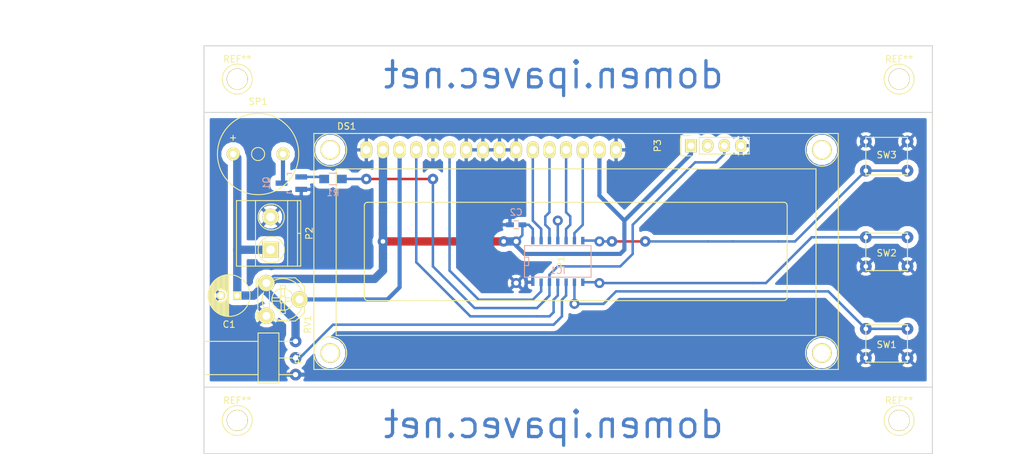
<source format=kicad_pcb>
(kicad_pcb (version 4) (host pcbnew 4.0.4+e1-6308~48~ubuntu16.04.1-stable)

  (general
    (links 53)
    (no_connects 0)
    (area 102.87 85.09 259.080001 154.380001)
    (thickness 1.6)
    (drawings 21)
    (tracks 155)
    (zones 0)
    (modules 19)
    (nets 19)
  )

  (page A4)
  (layers
    (0 F.Cu signal)
    (31 B.Cu signal)
    (32 B.Adhes user)
    (33 F.Adhes user)
    (34 B.Paste user)
    (35 F.Paste user)
    (36 B.SilkS user)
    (37 F.SilkS user)
    (38 B.Mask user)
    (39 F.Mask user)
    (40 Dwgs.User user)
    (41 Cmts.User user)
    (42 Eco1.User user)
    (43 Eco2.User user)
    (44 Edge.Cuts user)
    (45 Margin user)
    (46 B.CrtYd user)
    (47 F.CrtYd user)
    (48 B.Fab user)
    (49 F.Fab user)
  )

  (setup
    (last_trace_width 0.635)
    (user_trace_width 0.381)
    (user_trace_width 0.635)
    (user_trace_width 1.27)
    (user_trace_width 2.54)
    (trace_clearance 0.381)
    (zone_clearance 0.8)
    (zone_45_only no)
    (trace_min 0.2)
    (segment_width 0.2)
    (edge_width 0.15)
    (via_size 1.6)
    (via_drill 0.7)
    (via_min_size 0.4)
    (via_min_drill 0.3)
    (uvia_size 0.3)
    (uvia_drill 0.1)
    (uvias_allowed no)
    (uvia_min_size 0.2)
    (uvia_min_drill 0.1)
    (pcb_text_width 0.3)
    (pcb_text_size 1.5 1.5)
    (mod_edge_width 0.15)
    (mod_text_size 1 1)
    (mod_text_width 0.15)
    (pad_size 3.2 3.2)
    (pad_drill 3)
    (pad_to_mask_clearance 0.2)
    (aux_axis_origin 0 0)
    (visible_elements FFFFFF7F)
    (pcbplotparams
      (layerselection 0x00000_80000000)
      (usegerberextensions false)
      (excludeedgelayer false)
      (linewidth 0.100000)
      (plotframeref false)
      (viasonmask false)
      (mode 1)
      (useauxorigin false)
      (hpglpennumber 1)
      (hpglpenspeed 20)
      (hpglpendiameter 15)
      (hpglpenoverlay 2)
      (psnegative false)
      (psa4output false)
      (plotreference false)
      (plotvalue false)
      (plotinvisibletext false)
      (padsonsilk false)
      (subtractmaskfromsilk false)
      (outputformat 5)
      (mirror false)
      (drillshape 1)
      (scaleselection 1)
      (outputdirectory ""))
  )

  (net 0 "")
  (net 1 GND)
  (net 2 +5V)
  (net 3 "Net-(DS1-Pad3)")
  (net 4 RS)
  (net 5 E)
  (net 6 D4)
  (net 7 D5)
  (net 8 D6)
  (net 9 D7)
  (net 10 AVR_RESET)
  (net 11 AVR_MOSI)
  (net 12 AVR_MISO)
  (net 13 AVR_SCK)
  (net 14 TXD)
  (net 15 DQ)
  (net 16 "Net-(P3-Pad2)")
  (net 17 "Net-(Q1-Pad1)")
  (net 18 "Net-(Q1-Pad3)")

  (net_class Default "This is the default net class."
    (clearance 0.381)
    (trace_width 0.25)
    (via_dia 1.6)
    (via_drill 0.7)
    (uvia_dia 0.3)
    (uvia_drill 0.1)
    (add_net +5V)
    (add_net AVR_MISO)
    (add_net AVR_MOSI)
    (add_net AVR_RESET)
    (add_net AVR_SCK)
    (add_net D4)
    (add_net D5)
    (add_net D6)
    (add_net D7)
    (add_net DQ)
    (add_net E)
    (add_net GND)
    (add_net "Net-(DS1-Pad3)")
    (add_net "Net-(P3-Pad2)")
    (add_net "Net-(Q1-Pad1)")
    (add_net "Net-(Q1-Pad3)")
    (add_net RS)
    (add_net TXD)
  )

  (module Connect:1pin (layer F.Cu) (tedit 57F563DD) (tstamp 57F56405)
    (at 139.065 97.155)
    (descr "module 1 pin (ou trou mecanique de percage)")
    (tags DEV)
    (fp_text reference REF** (at 0 -3.048) (layer F.SilkS)
      (effects (font (size 1 1) (thickness 0.15)))
    )
    (fp_text value 1pin (at 0 2.794) (layer F.Fab)
      (effects (font (size 1 1) (thickness 0.15)))
    )
    (fp_circle (center 0 0) (end 0 -2.286) (layer F.SilkS) (width 0.15))
    (pad 1 thru_hole circle (at 0 0) (size 3.2 3.2) (drill 3) (layers *.Cu *.Mask F.SilkS))
  )

  (module Connect:1pin (layer F.Cu) (tedit 57F563DD) (tstamp 57F563FA)
    (at 139.065 149.225)
    (descr "module 1 pin (ou trou mecanique de percage)")
    (tags DEV)
    (fp_text reference REF** (at 0 -3.048) (layer F.SilkS)
      (effects (font (size 1 1) (thickness 0.15)))
    )
    (fp_text value 1pin (at 0 2.794) (layer F.Fab)
      (effects (font (size 1 1) (thickness 0.15)))
    )
    (fp_circle (center 0 0) (end 0 -2.286) (layer F.SilkS) (width 0.15))
    (pad 1 thru_hole circle (at 0 0) (size 3.2 3.2) (drill 3) (layers *.Cu *.Mask F.SilkS))
  )

  (module Connect:1pin (layer F.Cu) (tedit 57F563DD) (tstamp 57F563F0)
    (at 240.03 149.225)
    (descr "module 1 pin (ou trou mecanique de percage)")
    (tags DEV)
    (fp_text reference REF** (at 0 -3.048) (layer F.SilkS)
      (effects (font (size 1 1) (thickness 0.15)))
    )
    (fp_text value 1pin (at 0 2.794) (layer F.Fab)
      (effects (font (size 1 1) (thickness 0.15)))
    )
    (fp_circle (center 0 0) (end 0 -2.286) (layer F.SilkS) (width 0.15))
    (pad 1 thru_hole circle (at 0 0) (size 3.2 3.2) (drill 3) (layers *.Cu *.Mask F.SilkS))
  )

  (module Capacitors_ThroughHole:C_Radial_D6.3_L11.2_P2.5 (layer F.Cu) (tedit 0) (tstamp 57F53BC5)
    (at 139.065 130.175 180)
    (descr "Radial Electrolytic Capacitor, Diameter 6.3mm x Length 11.2mm, Pitch 2.5mm")
    (tags "Electrolytic Capacitor")
    (path /57F53D7D)
    (fp_text reference C1 (at 1.25 -4.4 180) (layer F.SilkS)
      (effects (font (size 1 1) (thickness 0.15)))
    )
    (fp_text value 100uF (at 1.25 4.4 180) (layer F.Fab)
      (effects (font (size 1 1) (thickness 0.15)))
    )
    (fp_line (start 1.325 -3.149) (end 1.325 3.149) (layer F.SilkS) (width 0.15))
    (fp_line (start 1.465 -3.143) (end 1.465 3.143) (layer F.SilkS) (width 0.15))
    (fp_line (start 1.605 -3.13) (end 1.605 -0.446) (layer F.SilkS) (width 0.15))
    (fp_line (start 1.605 0.446) (end 1.605 3.13) (layer F.SilkS) (width 0.15))
    (fp_line (start 1.745 -3.111) (end 1.745 -0.656) (layer F.SilkS) (width 0.15))
    (fp_line (start 1.745 0.656) (end 1.745 3.111) (layer F.SilkS) (width 0.15))
    (fp_line (start 1.885 -3.085) (end 1.885 -0.789) (layer F.SilkS) (width 0.15))
    (fp_line (start 1.885 0.789) (end 1.885 3.085) (layer F.SilkS) (width 0.15))
    (fp_line (start 2.025 -3.053) (end 2.025 -0.88) (layer F.SilkS) (width 0.15))
    (fp_line (start 2.025 0.88) (end 2.025 3.053) (layer F.SilkS) (width 0.15))
    (fp_line (start 2.165 -3.014) (end 2.165 -0.942) (layer F.SilkS) (width 0.15))
    (fp_line (start 2.165 0.942) (end 2.165 3.014) (layer F.SilkS) (width 0.15))
    (fp_line (start 2.305 -2.968) (end 2.305 -0.981) (layer F.SilkS) (width 0.15))
    (fp_line (start 2.305 0.981) (end 2.305 2.968) (layer F.SilkS) (width 0.15))
    (fp_line (start 2.445 -2.915) (end 2.445 -0.998) (layer F.SilkS) (width 0.15))
    (fp_line (start 2.445 0.998) (end 2.445 2.915) (layer F.SilkS) (width 0.15))
    (fp_line (start 2.585 -2.853) (end 2.585 -0.996) (layer F.SilkS) (width 0.15))
    (fp_line (start 2.585 0.996) (end 2.585 2.853) (layer F.SilkS) (width 0.15))
    (fp_line (start 2.725 -2.783) (end 2.725 -0.974) (layer F.SilkS) (width 0.15))
    (fp_line (start 2.725 0.974) (end 2.725 2.783) (layer F.SilkS) (width 0.15))
    (fp_line (start 2.865 -2.704) (end 2.865 -0.931) (layer F.SilkS) (width 0.15))
    (fp_line (start 2.865 0.931) (end 2.865 2.704) (layer F.SilkS) (width 0.15))
    (fp_line (start 3.005 -2.616) (end 3.005 -0.863) (layer F.SilkS) (width 0.15))
    (fp_line (start 3.005 0.863) (end 3.005 2.616) (layer F.SilkS) (width 0.15))
    (fp_line (start 3.145 -2.516) (end 3.145 -0.764) (layer F.SilkS) (width 0.15))
    (fp_line (start 3.145 0.764) (end 3.145 2.516) (layer F.SilkS) (width 0.15))
    (fp_line (start 3.285 -2.404) (end 3.285 -0.619) (layer F.SilkS) (width 0.15))
    (fp_line (start 3.285 0.619) (end 3.285 2.404) (layer F.SilkS) (width 0.15))
    (fp_line (start 3.425 -2.279) (end 3.425 -0.38) (layer F.SilkS) (width 0.15))
    (fp_line (start 3.425 0.38) (end 3.425 2.279) (layer F.SilkS) (width 0.15))
    (fp_line (start 3.565 -2.136) (end 3.565 2.136) (layer F.SilkS) (width 0.15))
    (fp_line (start 3.705 -1.974) (end 3.705 1.974) (layer F.SilkS) (width 0.15))
    (fp_line (start 3.845 -1.786) (end 3.845 1.786) (layer F.SilkS) (width 0.15))
    (fp_line (start 3.985 -1.563) (end 3.985 1.563) (layer F.SilkS) (width 0.15))
    (fp_line (start 4.125 -1.287) (end 4.125 1.287) (layer F.SilkS) (width 0.15))
    (fp_line (start 4.265 -0.912) (end 4.265 0.912) (layer F.SilkS) (width 0.15))
    (fp_circle (center 2.5 0) (end 2.5 -1) (layer F.SilkS) (width 0.15))
    (fp_circle (center 1.25 0) (end 1.25 -3.1875) (layer F.SilkS) (width 0.15))
    (fp_circle (center 1.25 0) (end 1.25 -3.4) (layer F.CrtYd) (width 0.05))
    (pad 2 thru_hole circle (at 2.5 0 180) (size 1.3 1.3) (drill 0.8) (layers *.Cu *.Mask F.SilkS)
      (net 1 GND))
    (pad 1 thru_hole rect (at 0 0 180) (size 1.3 1.3) (drill 0.8) (layers *.Cu *.Mask F.SilkS)
      (net 2 +5V))
    (model Capacitors_ThroughHole.3dshapes/C_Radial_D6.3_L11.2_P2.5.wrl
      (at (xyz 0 0 0))
      (scale (xyz 1 1 1))
      (rotate (xyz 0 0 0))
    )
  )

  (module Capacitors_SMD:C_0603_HandSoldering (layer B.Cu) (tedit 541A9B4D) (tstamp 57F53BCB)
    (at 181.61 119.38 180)
    (descr "Capacitor SMD 0603, hand soldering")
    (tags "capacitor 0603")
    (path /57ED51F5)
    (attr smd)
    (fp_text reference C2 (at 0 1.9 180) (layer B.SilkS)
      (effects (font (size 1 1) (thickness 0.15)) (justify mirror))
    )
    (fp_text value 100nF (at 0 -1.9 180) (layer B.Fab)
      (effects (font (size 1 1) (thickness 0.15)) (justify mirror))
    )
    (fp_line (start -0.8 -0.4) (end -0.8 0.4) (layer B.Fab) (width 0.15))
    (fp_line (start 0.8 -0.4) (end -0.8 -0.4) (layer B.Fab) (width 0.15))
    (fp_line (start 0.8 0.4) (end 0.8 -0.4) (layer B.Fab) (width 0.15))
    (fp_line (start -0.8 0.4) (end 0.8 0.4) (layer B.Fab) (width 0.15))
    (fp_line (start -1.85 0.75) (end 1.85 0.75) (layer B.CrtYd) (width 0.05))
    (fp_line (start -1.85 -0.75) (end 1.85 -0.75) (layer B.CrtYd) (width 0.05))
    (fp_line (start -1.85 0.75) (end -1.85 -0.75) (layer B.CrtYd) (width 0.05))
    (fp_line (start 1.85 0.75) (end 1.85 -0.75) (layer B.CrtYd) (width 0.05))
    (fp_line (start -0.35 0.6) (end 0.35 0.6) (layer B.SilkS) (width 0.15))
    (fp_line (start 0.35 -0.6) (end -0.35 -0.6) (layer B.SilkS) (width 0.15))
    (pad 1 smd rect (at -0.95 0 180) (size 1.2 0.75) (layers B.Cu B.Paste B.Mask)
      (net 2 +5V))
    (pad 2 smd rect (at 0.95 0 180) (size 1.2 0.75) (layers B.Cu B.Paste B.Mask)
      (net 1 GND))
    (model Capacitors_SMD.3dshapes/C_0603_HandSoldering.wrl
      (at (xyz 0 0 0))
      (scale (xyz 1 1 1))
      (rotate (xyz 0 0 0))
    )
  )

  (module Display:WC1602A (layer F.Cu) (tedit 0) (tstamp 57F53BE3)
    (at 158.75 107.95)
    (descr http://www.kamami.pl/dl/wc1602a0.pdf)
    (tags "LCD 16x2 Alphanumeric 16pin")
    (path /57ED5157)
    (fp_text reference DS1 (at -2.99974 -3.59918) (layer F.SilkS)
      (effects (font (size 1 1) (thickness 0.15)))
    )
    (fp_text value LCD16X2 (at 31.99892 15.49908) (layer F.Fab)
      (effects (font (size 1 1) (thickness 0.15)))
    )
    (fp_line (start 0.20066 8.001) (end 63.70066 8.001) (layer F.SilkS) (width 0.15))
    (fp_line (start -0.29972 22.49932) (end -0.29972 8.49884) (layer F.SilkS) (width 0.15))
    (fp_line (start 63.70066 22.9997) (end 0.20066 22.9997) (layer F.SilkS) (width 0.15))
    (fp_line (start 64.20104 8.49884) (end 64.20104 22.49932) (layer F.SilkS) (width 0.15))
    (fp_arc (start 63.70066 8.49884) (end 63.70066 8.001) (angle 90) (layer F.SilkS) (width 0.15))
    (fp_arc (start 63.70066 22.49932) (end 64.20104 22.49932) (angle 90) (layer F.SilkS) (width 0.15))
    (fp_arc (start 0.20066 22.49932) (end 0.20066 22.9997) (angle 90) (layer F.SilkS) (width 0.15))
    (fp_arc (start 0.20066 8.49884) (end -0.29972 8.49884) (angle 90) (layer F.SilkS) (width 0.15))
    (fp_line (start -4.59994 2.90068) (end 68.60032 2.90068) (layer F.SilkS) (width 0.15))
    (fp_line (start 68.60032 2.90068) (end 68.60032 28.30068) (layer F.SilkS) (width 0.15))
    (fp_line (start 68.60032 28.30068) (end -4.59994 28.30068) (layer F.SilkS) (width 0.15))
    (fp_line (start -4.59994 28.30068) (end -4.59994 2.90068) (layer F.SilkS) (width 0.15))
    (fp_circle (center 69.49948 0) (end 71.99884 0) (layer F.SilkS) (width 0.15))
    (fp_circle (center 69.49948 31.0007) (end 71.99884 31.0007) (layer F.SilkS) (width 0.15))
    (fp_circle (center -5.4991 31.0007) (end -8.001 31.0007) (layer F.SilkS) (width 0.15))
    (fp_circle (center -5.4991 0) (end -2.99974 0) (layer F.SilkS) (width 0.15))
    (fp_line (start -8.001 -2.49936) (end 71.99884 -2.49936) (layer F.SilkS) (width 0.15))
    (fp_line (start 71.99884 -2.49936) (end 71.99884 33.50006) (layer F.SilkS) (width 0.15))
    (fp_line (start 71.99884 33.50006) (end -8.001 33.50006) (layer F.SilkS) (width 0.15))
    (fp_line (start -8.001 33.50006) (end -8.001 -2.49936) (layer F.SilkS) (width 0.15))
    (pad 1 thru_hole oval (at 0 0) (size 1.8 2.6) (drill 1.2) (layers *.Cu *.Mask F.SilkS)
      (net 1 GND))
    (pad 2 thru_hole oval (at 2.54 0) (size 1.8 2.6) (drill 1.2) (layers *.Cu *.Mask F.SilkS)
      (net 2 +5V))
    (pad 3 thru_hole oval (at 5.08 0) (size 1.8 2.6) (drill 1.2) (layers *.Cu *.Mask F.SilkS)
      (net 3 "Net-(DS1-Pad3)"))
    (pad 4 thru_hole oval (at 7.62 0) (size 1.8 2.6) (drill 1.2) (layers *.Cu *.Mask F.SilkS)
      (net 4 RS))
    (pad 5 thru_hole oval (at 10.16 0) (size 1.8 2.6) (drill 1.2) (layers *.Cu *.Mask F.SilkS)
      (net 1 GND))
    (pad 6 thru_hole oval (at 12.7 0) (size 1.8 2.6) (drill 1.2) (layers *.Cu *.Mask F.SilkS)
      (net 5 E))
    (pad 7 thru_hole oval (at 15.24 0) (size 1.8 2.6) (drill 1.2) (layers *.Cu *.Mask F.SilkS)
      (net 1 GND))
    (pad 8 thru_hole oval (at 17.78 0) (size 1.8 2.6) (drill 1.2) (layers *.Cu *.Mask F.SilkS)
      (net 1 GND))
    (pad 9 thru_hole oval (at 20.32 0) (size 1.8 2.6) (drill 1.2) (layers *.Cu *.Mask F.SilkS)
      (net 1 GND))
    (pad 10 thru_hole oval (at 22.86 0) (size 1.8 2.6) (drill 1.2) (layers *.Cu *.Mask F.SilkS)
      (net 1 GND))
    (pad 11 thru_hole oval (at 25.4 0) (size 1.8 2.6) (drill 1.2) (layers *.Cu *.Mask F.SilkS)
      (net 6 D4))
    (pad 12 thru_hole oval (at 27.94 0) (size 1.8 2.6) (drill 1.2) (layers *.Cu *.Mask F.SilkS)
      (net 7 D5))
    (pad 13 thru_hole oval (at 30.48 0) (size 1.8 2.6) (drill 1.2) (layers *.Cu *.Mask F.SilkS)
      (net 8 D6))
    (pad 14 thru_hole oval (at 33.02 0) (size 1.8 2.6) (drill 1.2) (layers *.Cu *.Mask F.SilkS)
      (net 9 D7))
    (pad 15 thru_hole oval (at 35.56 0) (size 1.8 2.6) (drill 1.2) (layers *.Cu *.Mask F.SilkS)
      (net 2 +5V))
    (pad 16 thru_hole oval (at 38.1 0) (size 1.8 2.6) (drill 1.2) (layers *.Cu *.Mask F.SilkS)
      (net 1 GND))
    (pad 0 thru_hole circle (at -5.4991 0) (size 3 3) (drill 2.5) (layers *.Cu *.Mask F.SilkS))
    (pad 0 thru_hole circle (at -5.4991 31.0007) (size 3 3) (drill 2.5) (layers *.Cu *.Mask F.SilkS))
    (pad 0 thru_hole circle (at 69.49948 31.0007) (size 3 3) (drill 2.5) (layers *.Cu *.Mask F.SilkS))
    (pad 0 thru_hole circle (at 69.49948 0) (size 3 3) (drill 2.5) (layers *.Cu *.Mask F.SilkS))
  )

  (module SMD_Packages:SOIC-14_N (layer B.Cu) (tedit 0) (tstamp 57F53BF5)
    (at 187.96 125.095)
    (descr "Module CMS SOJ 14 pins Large")
    (tags "CMS SOJ")
    (path /57ED509C)
    (attr smd)
    (fp_text reference IC1 (at 0 1.27) (layer B.SilkS)
      (effects (font (size 1 1) (thickness 0.15)) (justify mirror))
    )
    (fp_text value ATTINY841-SSU (at 0 -1.27) (layer B.Fab)
      (effects (font (size 1 1) (thickness 0.15)) (justify mirror))
    )
    (fp_line (start 5.08 2.286) (end 5.08 -2.54) (layer B.SilkS) (width 0.15))
    (fp_line (start 5.08 -2.54) (end -5.08 -2.54) (layer B.SilkS) (width 0.15))
    (fp_line (start -5.08 -2.54) (end -5.08 2.286) (layer B.SilkS) (width 0.15))
    (fp_line (start -5.08 2.286) (end 5.08 2.286) (layer B.SilkS) (width 0.15))
    (fp_line (start -5.08 0.508) (end -4.445 0.508) (layer B.SilkS) (width 0.15))
    (fp_line (start -4.445 0.508) (end -4.445 -0.762) (layer B.SilkS) (width 0.15))
    (fp_line (start -4.445 -0.762) (end -5.08 -0.762) (layer B.SilkS) (width 0.15))
    (pad 1 smd rect (at -3.81 -3.302) (size 0.508 1.143) (layers B.Cu B.Paste B.Mask)
      (net 2 +5V))
    (pad 2 smd rect (at -2.54 -3.302) (size 0.508 1.143) (layers B.Cu B.Paste B.Mask)
      (net 6 D4))
    (pad 3 smd rect (at -1.27 -3.302) (size 0.508 1.143) (layers B.Cu B.Paste B.Mask)
      (net 7 D5))
    (pad 4 smd rect (at 0 -3.302) (size 0.508 1.143) (layers B.Cu B.Paste B.Mask)
      (net 10 AVR_RESET))
    (pad 5 smd rect (at 1.27 -3.302) (size 0.508 1.143) (layers B.Cu B.Paste B.Mask)
      (net 8 D6))
    (pad 6 smd rect (at 2.54 -3.302) (size 0.508 1.143) (layers B.Cu B.Paste B.Mask)
      (net 9 D7))
    (pad 7 smd rect (at 3.81 -3.302) (size 0.508 1.143) (layers B.Cu B.Paste B.Mask)
      (net 11 AVR_MOSI))
    (pad 8 smd rect (at 3.81 3.048) (size 0.508 1.143) (layers B.Cu B.Paste B.Mask)
      (net 12 AVR_MISO))
    (pad 9 smd rect (at 2.54 3.048) (size 0.508 1.143) (layers B.Cu B.Paste B.Mask)
      (net 13 AVR_SCK))
    (pad 11 smd rect (at 0 3.048) (size 0.508 1.143) (layers B.Cu B.Paste B.Mask)
      (net 4 RS))
    (pad 12 smd rect (at -1.27 3.048) (size 0.508 1.143) (layers B.Cu B.Paste B.Mask)
      (net 14 TXD))
    (pad 13 smd rect (at -2.54 3.048) (size 0.508 1.143) (layers B.Cu B.Paste B.Mask)
      (net 5 E))
    (pad 14 smd rect (at -3.81 3.048) (size 0.508 1.143) (layers B.Cu B.Paste B.Mask)
      (net 1 GND))
    (pad 10 smd rect (at 1.27 3.048) (size 0.508 1.143) (layers B.Cu B.Paste B.Mask)
      (net 15 DQ))
    (model SMD_Packages.3dshapes/SOIC-14_N.wrl
      (at (xyz 0 0 0))
      (scale (xyz 0.5 0.4 0.5))
      (rotate (xyz 0 0 0))
    )
  )

  (module attiny841-spi:ATTINY841-SPI (layer F.Cu) (tedit 57C2806E) (tstamp 57F53BFF)
    (at 187.96 125.095 90)
    (path /57F5401E)
    (fp_text reference P1 (at 0 0.5 90) (layer F.SilkS)
      (effects (font (size 1 1) (thickness 0.15)))
    )
    (fp_text value CONN_01X06 (at 0 -0.5 90) (layer F.Fab)
      (effects (font (size 1 1) (thickness 0.15)))
    )
    (pad 1 thru_hole circle (at -3.175 6.35 90) (size 1.524 1.524) (drill 0.762) (layers *.Cu *.Mask)
      (net 12 AVR_MISO))
    (pad 4 thru_hole circle (at 3.175 6.35 90) (size 1.524 1.524) (drill 0.762) (layers *.Cu *.Mask)
      (net 11 AVR_MOSI))
    (pad 2 thru_hole circle (at 3.175 -6.35 90) (size 1.524 1.524) (drill 0.762) (layers *.Cu *.Mask)
      (net 2 +5V))
    (pad 6 thru_hole circle (at -3.175 -6.35 90) (size 1.524 1.524) (drill 0.762) (layers *.Cu *.Mask)
      (net 1 GND))
    (pad 5 thru_hole circle (at 6.35 0 90) (size 1.524 1.524) (drill 0.762) (layers *.Cu *.Mask)
      (net 10 AVR_RESET))
    (pad 3 thru_hole circle (at -6.35 2.54 90) (size 1.524 1.524) (drill 0.762) (layers *.Cu *.Mask)
      (net 13 AVR_SCK))
  )

  (module Terminal_Blocks:TerminalBlock_Pheonix_MKDS1.5-2pol (layer F.Cu) (tedit 563007E4) (tstamp 57F53C05)
    (at 144.145 123.19 90)
    (descr "2-way 5mm pitch terminal block, Phoenix MKDS series")
    (path /57F536CD)
    (fp_text reference P2 (at 2.5 5.9 90) (layer F.SilkS)
      (effects (font (size 1 1) (thickness 0.15)))
    )
    (fp_text value CONN_01X02 (at 2.5 -6.6 90) (layer F.Fab)
      (effects (font (size 1 1) (thickness 0.15)))
    )
    (fp_line (start -2.7 -5.4) (end 7.7 -5.4) (layer F.CrtYd) (width 0.05))
    (fp_line (start -2.7 4.8) (end -2.7 -5.4) (layer F.CrtYd) (width 0.05))
    (fp_line (start 7.7 4.8) (end -2.7 4.8) (layer F.CrtYd) (width 0.05))
    (fp_line (start 7.7 -5.4) (end 7.7 4.8) (layer F.CrtYd) (width 0.05))
    (fp_line (start 2.5 4.1) (end 2.5 4.6) (layer F.SilkS) (width 0.15))
    (fp_circle (center 5 0.1) (end 3 0.1) (layer F.SilkS) (width 0.15))
    (fp_circle (center 0 0.1) (end 2 0.1) (layer F.SilkS) (width 0.15))
    (fp_line (start -2.5 2.6) (end 7.5 2.6) (layer F.SilkS) (width 0.15))
    (fp_line (start -2.5 -2.3) (end 7.5 -2.3) (layer F.SilkS) (width 0.15))
    (fp_line (start -2.5 4.1) (end 7.5 4.1) (layer F.SilkS) (width 0.15))
    (fp_line (start -2.5 4.6) (end 7.5 4.6) (layer F.SilkS) (width 0.15))
    (fp_line (start 7.5 4.6) (end 7.5 -5.2) (layer F.SilkS) (width 0.15))
    (fp_line (start 7.5 -5.2) (end -2.5 -5.2) (layer F.SilkS) (width 0.15))
    (fp_line (start -2.5 -5.2) (end -2.5 4.6) (layer F.SilkS) (width 0.15))
    (pad 1 thru_hole rect (at 0 0 90) (size 2.5 2.5) (drill 1.3) (layers *.Cu *.Mask F.SilkS)
      (net 2 +5V))
    (pad 2 thru_hole circle (at 5 0 90) (size 2.5 2.5) (drill 1.3) (layers *.Cu *.Mask F.SilkS)
      (net 1 GND))
    (model Terminal_Blocks.3dshapes/TerminalBlock_Pheonix_MKDS1.5-2pol.wrl
      (at (xyz 0.0984 0 0))
      (scale (xyz 1 1 1))
      (rotate (xyz 0 0 0))
    )
  )

  (module Pin_Headers:Pin_Header_Straight_1x04 (layer F.Cu) (tedit 0) (tstamp 57F53C0D)
    (at 208.28 107.315 90)
    (descr "Through hole pin header")
    (tags "pin header")
    (path /57F53218)
    (fp_text reference P3 (at 0 -5.1 90) (layer F.SilkS)
      (effects (font (size 1 1) (thickness 0.15)))
    )
    (fp_text value CONN_01X04 (at 0 -3.1 90) (layer F.Fab)
      (effects (font (size 1 1) (thickness 0.15)))
    )
    (fp_line (start -1.75 -1.75) (end -1.75 9.4) (layer F.CrtYd) (width 0.05))
    (fp_line (start 1.75 -1.75) (end 1.75 9.4) (layer F.CrtYd) (width 0.05))
    (fp_line (start -1.75 -1.75) (end 1.75 -1.75) (layer F.CrtYd) (width 0.05))
    (fp_line (start -1.75 9.4) (end 1.75 9.4) (layer F.CrtYd) (width 0.05))
    (fp_line (start -1.27 1.27) (end -1.27 8.89) (layer F.SilkS) (width 0.15))
    (fp_line (start 1.27 1.27) (end 1.27 8.89) (layer F.SilkS) (width 0.15))
    (fp_line (start 1.55 -1.55) (end 1.55 0) (layer F.SilkS) (width 0.15))
    (fp_line (start -1.27 8.89) (end 1.27 8.89) (layer F.SilkS) (width 0.15))
    (fp_line (start 1.27 1.27) (end -1.27 1.27) (layer F.SilkS) (width 0.15))
    (fp_line (start -1.55 0) (end -1.55 -1.55) (layer F.SilkS) (width 0.15))
    (fp_line (start -1.55 -1.55) (end 1.55 -1.55) (layer F.SilkS) (width 0.15))
    (pad 1 thru_hole rect (at 0 0 90) (size 2.032 1.7272) (drill 1.016) (layers *.Cu *.Mask F.SilkS)
      (net 2 +5V))
    (pad 2 thru_hole oval (at 0 2.54 90) (size 2.032 1.7272) (drill 1.016) (layers *.Cu *.Mask F.SilkS)
      (net 16 "Net-(P3-Pad2)"))
    (pad 3 thru_hole oval (at 0 5.08 90) (size 2.032 1.7272) (drill 1.016) (layers *.Cu *.Mask F.SilkS)
      (net 14 TXD))
    (pad 4 thru_hole oval (at 0 7.62 90) (size 2.032 1.7272) (drill 1.016) (layers *.Cu *.Mask F.SilkS)
      (net 1 GND))
    (model Pin_Headers.3dshapes/Pin_Header_Straight_1x04.wrl
      (at (xyz 0 -0.15 0))
      (scale (xyz 1 1 1))
      (rotate (xyz 0 0 90))
    )
  )

  (module fanconnector:fanconnector (layer F.Cu) (tedit 57F53B5E) (tstamp 57F53C14)
    (at 147.955 139.7 90)
    (path /57F53403)
    (fp_text reference P4 (at 0 0.5 90) (layer F.SilkS)
      (effects (font (size 1 1) (thickness 0.15)))
    )
    (fp_text value CONN_01X03 (at 0 -0.5 90) (layer F.Fab)
      (effects (font (size 1 1) (thickness 0.15)))
    )
    (fp_line (start 0 -13.97) (end -2.54 -13.97) (layer F.SilkS) (width 0.15))
    (fp_line (start -2.54 -13.97) (end -2.54 -6.35) (layer F.SilkS) (width 0.15))
    (fp_line (start -2.54 -6.35) (end -2.54 -5.715) (layer F.SilkS) (width 0.15))
    (fp_line (start 0 -13.97) (end 2.54 -13.97) (layer F.SilkS) (width 0.15))
    (fp_line (start 2.54 -13.97) (end 2.54 -5.715) (layer F.SilkS) (width 0.15))
    (fp_line (start -3.81 -2.54) (end -3.81 -5.715) (layer F.SilkS) (width 0.15))
    (fp_line (start -3.81 -5.715) (end 3.81 -5.715) (layer F.SilkS) (width 0.15))
    (fp_line (start 3.81 -5.715) (end 3.81 -2.54) (layer F.SilkS) (width 0.15))
    (fp_line (start 0 -2.54) (end -3.81 -2.54) (layer F.SilkS) (width 0.15))
    (fp_line (start 0 -2.54) (end 3.81 -2.54) (layer F.SilkS) (width 0.15))
    (fp_line (start -2.54 0) (end -2.54 -2.54) (layer F.SilkS) (width 0.15))
    (fp_line (start 0 0) (end 0 -2.54) (layer F.SilkS) (width 0.15))
    (fp_line (start 2.54 0) (end 2.54 -2.54) (layer F.SilkS) (width 0.15))
    (pad 2 thru_hole circle (at 0 0 90) (size 1.8 1.8) (drill 0.8) (layers *.Cu *.Mask)
      (net 15 DQ))
    (pad 3 thru_hole circle (at 2.54 0 90) (size 1.8 1.8) (drill 0.8) (layers *.Cu *.Mask)
      (net 2 +5V))
    (pad 1 thru_hole circle (at -2.54 0 90) (size 1.8 1.8) (drill 0.8) (layers *.Cu *.Mask)
      (net 1 GND))
  )

  (module Potentiometers:Potentiometer_Triwood_RM-065 (layer F.Cu) (tedit 53FABC1B) (tstamp 57F53C1B)
    (at 143.51 128.27 270)
    (descr "Potentiometer, Trimmer, RM-065")
    (tags "Potentiometer, Trimmer, RM-065")
    (path /57EF6F40)
    (fp_text reference RV1 (at 6.30936 -6.30936 270) (layer F.SilkS)
      (effects (font (size 1 1) (thickness 0.15)))
    )
    (fp_text value POT (at 2.49936 2.58064 270) (layer F.Fab)
      (effects (font (size 1 1) (thickness 0.15)))
    )
    (fp_line (start 2.24536 -2.88036) (end 2.24536 -3.64236) (layer F.SilkS) (width 0.15))
    (fp_line (start 2.75336 -2.88036) (end 2.75336 -3.64236) (layer F.SilkS) (width 0.15))
    (fp_arc (start 2.49936 -2.49936) (end 4.15036 -2.24536) (angle 90) (layer F.SilkS) (width 0.15))
    (fp_arc (start 2.49936 -2.49936) (end 2.62636 -0.84836) (angle 90) (layer F.SilkS) (width 0.15))
    (fp_arc (start 2.49936 -2.49936) (end 3.38836 -3.89636) (angle 90) (layer F.SilkS) (width 0.15))
    (fp_arc (start 2.49936 -2.49936) (end 1.10236 -1.61036) (angle 90) (layer F.SilkS) (width 0.15))
    (fp_line (start -0.80264 1.31064) (end -0.80264 1.18364) (layer F.SilkS) (width 0.15))
    (fp_line (start -0.80264 -2.49936) (end -0.80264 -1.10236) (layer F.SilkS) (width 0.15))
    (fp_line (start 5.80136 1.31064) (end 5.80136 1.18364) (layer F.SilkS) (width 0.15))
    (fp_line (start 5.80136 -2.49936) (end 5.80136 -1.10236) (layer F.SilkS) (width 0.15))
    (fp_line (start 1.35636 0.42164) (end 1.73736 0.54864) (layer F.SilkS) (width 0.15))
    (fp_line (start 1.73736 0.54864) (end 2.49936 0.67564) (layer F.SilkS) (width 0.15))
    (fp_line (start 2.49936 0.67564) (end 3.26136 0.54864) (layer F.SilkS) (width 0.15))
    (fp_line (start 3.26136 0.54864) (end 3.64236 0.42164) (layer F.SilkS) (width 0.15))
    (fp_line (start 1.22936 -0.46736) (end 3.76936 -0.46736) (layer F.SilkS) (width 0.15))
    (fp_arc (start 2.49936 -2.49936) (end 3.76936 -5.42036) (angle 90) (layer F.SilkS) (width 0.15))
    (fp_arc (start 2.49936 -2.49936) (end -0.42164 -1.22936) (angle 90) (layer F.SilkS) (width 0.15))
    (fp_line (start 4.53136 -5.80136) (end 3.64236 -5.80136) (layer F.SilkS) (width 0.15))
    (fp_line (start 1.35636 -5.80136) (end 0.46736 -5.80136) (layer F.SilkS) (width 0.15))
    (fp_line (start 4.15036 -2.88036) (end 4.65836 -2.88036) (layer F.SilkS) (width 0.15))
    (fp_line (start 4.65836 -2.88036) (end 4.65836 -2.11836) (layer F.SilkS) (width 0.15))
    (fp_line (start 4.65836 -2.11836) (end 4.15036 -2.11836) (layer F.SilkS) (width 0.15))
    (fp_line (start 0.84836 -2.88036) (end 0.34036 -2.88036) (layer F.SilkS) (width 0.15))
    (fp_line (start 0.34036 -2.88036) (end 0.34036 -2.11836) (layer F.SilkS) (width 0.15))
    (fp_line (start 0.34036 -2.11836) (end 0.84836 -2.11836) (layer F.SilkS) (width 0.15))
    (fp_line (start 3.00736 -2.24536) (end 4.15036 -2.24536) (layer F.SilkS) (width 0.15))
    (fp_line (start 3.00736 -2.75336) (end 4.15036 -2.75336) (layer F.SilkS) (width 0.15))
    (fp_line (start 1.99136 -2.24536) (end 0.84836 -2.24536) (layer F.SilkS) (width 0.15))
    (fp_line (start 1.99136 -2.75336) (end 0.84836 -2.75336) (layer F.SilkS) (width 0.15))
    (fp_line (start 2.75336 -2.11836) (end 2.75336 -0.84836) (layer F.SilkS) (width 0.15))
    (fp_line (start 2.24536 -2.11836) (end 2.24536 -0.84836) (layer F.SilkS) (width 0.15))
    (fp_line (start 1.99136 -2.88036) (end 1.99136 -2.11836) (layer F.SilkS) (width 0.15))
    (fp_line (start 1.99136 -2.11836) (end 3.00736 -2.11836) (layer F.SilkS) (width 0.15))
    (fp_line (start 3.00736 -2.11836) (end 3.00736 -2.88036) (layer F.SilkS) (width 0.15))
    (fp_line (start 3.00736 -2.88036) (end 1.99136 -2.88036) (layer F.SilkS) (width 0.15))
    (fp_line (start 0.46736 -5.80136) (end -0.80264 -4.40436) (layer F.SilkS) (width 0.15))
    (fp_line (start -0.80264 -4.40436) (end -0.80264 -2.49936) (layer F.SilkS) (width 0.15))
    (fp_line (start 4.53136 -5.80136) (end 5.80136 -4.40436) (layer F.SilkS) (width 0.15))
    (fp_line (start 5.80136 -4.40436) (end 5.80136 -2.49936) (layer F.SilkS) (width 0.15))
    (fp_line (start 5.54736 1.31064) (end 5.54736 1.56464) (layer F.SilkS) (width 0.15))
    (fp_line (start 5.54736 1.56464) (end 4.40436 1.56464) (layer F.SilkS) (width 0.15))
    (fp_line (start 4.40436 1.56464) (end 4.40436 1.31064) (layer F.SilkS) (width 0.15))
    (fp_line (start -0.54864 1.31064) (end -0.54864 1.56464) (layer F.SilkS) (width 0.15))
    (fp_line (start -0.54864 1.56464) (end 0.59436 1.56464) (layer F.SilkS) (width 0.15))
    (fp_line (start 0.59436 1.56464) (end 0.59436 1.31064) (layer F.SilkS) (width 0.15))
    (fp_line (start -0.80264 1.31064) (end 5.80136 1.31064) (layer F.SilkS) (width 0.15))
    (pad 2 thru_hole circle (at 2.49936 -5.03936 270) (size 2.49936 2.49936) (drill 1.19888) (layers *.Cu *.Mask F.SilkS)
      (net 3 "Net-(DS1-Pad3)"))
    (pad 3 thru_hole circle (at 4.99872 0 270) (size 2.49936 2.49936) (drill 1.19888) (layers *.Cu *.Mask F.SilkS)
      (net 1 GND))
    (pad 1 thru_hole circle (at 0 0 270) (size 2.49936 2.49936) (drill 1.19888) (layers *.Cu *.Mask F.SilkS)
      (net 2 +5V))
    (model Potentiometers.3dshapes/Potentiometer_Triwood_RM-065.wrl
      (at (xyz 0 0 0))
      (scale (xyz 4 4 4))
      (rotate (xyz 0 0 0))
    )
  )

  (module pushbutton:pushbutton (layer F.Cu) (tedit 57F53A28) (tstamp 57F53C23)
    (at 238.125 137.16)
    (path /57F538F8)
    (fp_text reference SW1 (at 0 0.5) (layer F.SilkS)
      (effects (font (size 1 1) (thickness 0.15)))
    )
    (fp_text value SW_PUSH (at 0 -0.5) (layer F.Fab)
      (effects (font (size 1 1) (thickness 0.15)))
    )
    (fp_line (start -3.175 3.175) (end 3.175 3.175) (layer F.SilkS) (width 0.15))
    (fp_line (start 3.175 3.175) (end 3.175 -2.54) (layer F.SilkS) (width 0.15))
    (fp_line (start 3.175 -2.54) (end -3.175 -2.54) (layer F.SilkS) (width 0.15))
    (fp_line (start -3.175 -2.54) (end -3.175 3.175) (layer F.SilkS) (width 0.15))
    (pad 1 thru_hole circle (at -3.175 2.54) (size 1.8 1.8) (drill 0.7) (layers *.Cu *.Mask)
      (net 1 GND))
    (pad 1 thru_hole circle (at 3.175 2.54) (size 1.8 1.8) (drill 0.7) (layers *.Cu *.Mask)
      (net 1 GND))
    (pad 2 thru_hole circle (at -3.175 -1.905) (size 1.8 1.8) (drill 0.7) (layers *.Cu *.Mask)
      (net 13 AVR_SCK))
    (pad 2 thru_hole circle (at 3.175 -1.905) (size 1.8 1.8) (drill 0.7) (layers *.Cu *.Mask)
      (net 13 AVR_SCK))
  )

  (module pushbutton:pushbutton (layer F.Cu) (tedit 57F53A28) (tstamp 57F53C2B)
    (at 238.125 123.19)
    (path /57F53997)
    (fp_text reference SW2 (at 0 0.5) (layer F.SilkS)
      (effects (font (size 1 1) (thickness 0.15)))
    )
    (fp_text value SW_PUSH (at 0 -0.5) (layer F.Fab)
      (effects (font (size 1 1) (thickness 0.15)))
    )
    (fp_line (start -3.175 3.175) (end 3.175 3.175) (layer F.SilkS) (width 0.15))
    (fp_line (start 3.175 3.175) (end 3.175 -2.54) (layer F.SilkS) (width 0.15))
    (fp_line (start 3.175 -2.54) (end -3.175 -2.54) (layer F.SilkS) (width 0.15))
    (fp_line (start -3.175 -2.54) (end -3.175 3.175) (layer F.SilkS) (width 0.15))
    (pad 1 thru_hole circle (at -3.175 2.54) (size 1.8 1.8) (drill 0.7) (layers *.Cu *.Mask)
      (net 1 GND))
    (pad 1 thru_hole circle (at 3.175 2.54) (size 1.8 1.8) (drill 0.7) (layers *.Cu *.Mask)
      (net 1 GND))
    (pad 2 thru_hole circle (at -3.175 -1.905) (size 1.8 1.8) (drill 0.7) (layers *.Cu *.Mask)
      (net 12 AVR_MISO))
    (pad 2 thru_hole circle (at 3.175 -1.905) (size 1.8 1.8) (drill 0.7) (layers *.Cu *.Mask)
      (net 12 AVR_MISO))
  )

  (module pushbutton:pushbutton (layer F.Cu) (tedit 57F53A28) (tstamp 57F53C33)
    (at 238.125 109.22 180)
    (path /57F539D6)
    (fp_text reference SW3 (at 0 0.5 180) (layer F.SilkS)
      (effects (font (size 1 1) (thickness 0.15)))
    )
    (fp_text value SW_PUSH (at 0 -0.5 180) (layer F.Fab)
      (effects (font (size 1 1) (thickness 0.15)))
    )
    (fp_line (start -3.175 3.175) (end 3.175 3.175) (layer F.SilkS) (width 0.15))
    (fp_line (start 3.175 3.175) (end 3.175 -2.54) (layer F.SilkS) (width 0.15))
    (fp_line (start 3.175 -2.54) (end -3.175 -2.54) (layer F.SilkS) (width 0.15))
    (fp_line (start -3.175 -2.54) (end -3.175 3.175) (layer F.SilkS) (width 0.15))
    (pad 1 thru_hole circle (at -3.175 2.54 180) (size 1.8 1.8) (drill 0.7) (layers *.Cu *.Mask)
      (net 1 GND))
    (pad 1 thru_hole circle (at 3.175 2.54 180) (size 1.8 1.8) (drill 0.7) (layers *.Cu *.Mask)
      (net 1 GND))
    (pad 2 thru_hole circle (at -3.175 -1.905 180) (size 1.8 1.8) (drill 0.7) (layers *.Cu *.Mask)
      (net 11 AVR_MOSI))
    (pad 2 thru_hole circle (at 3.175 -1.905 180) (size 1.8 1.8) (drill 0.7) (layers *.Cu *.Mask)
      (net 11 AVR_MOSI))
  )

  (module TO_SOT_Packages_SMD:SOT-23_Handsoldering (layer B.Cu) (tedit 54E9291B) (tstamp 57F55F54)
    (at 147.32 113.03 270)
    (descr "SOT-23, Handsoldering")
    (tags SOT-23)
    (path /57F55DB2)
    (attr smd)
    (fp_text reference Q1 (at 0 3.81 270) (layer B.SilkS)
      (effects (font (size 1 1) (thickness 0.15)) (justify mirror))
    )
    (fp_text value Q_NPN_BEC (at 0 -3.81 270) (layer B.Fab)
      (effects (font (size 1 1) (thickness 0.15)) (justify mirror))
    )
    (fp_line (start -1.49982 -0.0508) (end -1.49982 0.65024) (layer B.SilkS) (width 0.15))
    (fp_line (start -1.49982 0.65024) (end -1.2509 0.65024) (layer B.SilkS) (width 0.15))
    (fp_line (start 1.29916 0.65024) (end 1.49982 0.65024) (layer B.SilkS) (width 0.15))
    (fp_line (start 1.49982 0.65024) (end 1.49982 -0.0508) (layer B.SilkS) (width 0.15))
    (pad 1 smd rect (at -0.95 -1.50114 270) (size 0.8001 1.80086) (layers B.Cu B.Paste B.Mask)
      (net 17 "Net-(Q1-Pad1)"))
    (pad 2 smd rect (at 0.95 -1.50114 270) (size 0.8001 1.80086) (layers B.Cu B.Paste B.Mask)
      (net 1 GND))
    (pad 3 smd rect (at 0 1.50114 270) (size 0.8001 1.80086) (layers B.Cu B.Paste B.Mask)
      (net 18 "Net-(Q1-Pad3)"))
    (model TO_SOT_Packages_SMD.3dshapes/SOT-23_Handsoldering.wrl
      (at (xyz 0 0 0))
      (scale (xyz 1 1 1))
      (rotate (xyz 0 0 0))
    )
  )

  (module Resistors_SMD:R_0805_HandSoldering (layer B.Cu) (tedit 54189DEE) (tstamp 57F55F5A)
    (at 153.67 112.395)
    (descr "Resistor SMD 0805, hand soldering")
    (tags "resistor 0805")
    (path /57F56077)
    (attr smd)
    (fp_text reference R1 (at 0 2.1) (layer B.SilkS)
      (effects (font (size 1 1) (thickness 0.15)) (justify mirror))
    )
    (fp_text value 4k7 (at 0 -2.1) (layer B.Fab)
      (effects (font (size 1 1) (thickness 0.15)) (justify mirror))
    )
    (fp_line (start -2.4 1) (end 2.4 1) (layer B.CrtYd) (width 0.05))
    (fp_line (start -2.4 -1) (end 2.4 -1) (layer B.CrtYd) (width 0.05))
    (fp_line (start -2.4 1) (end -2.4 -1) (layer B.CrtYd) (width 0.05))
    (fp_line (start 2.4 1) (end 2.4 -1) (layer B.CrtYd) (width 0.05))
    (fp_line (start 0.6 -0.875) (end -0.6 -0.875) (layer B.SilkS) (width 0.15))
    (fp_line (start -0.6 0.875) (end 0.6 0.875) (layer B.SilkS) (width 0.15))
    (pad 1 smd rect (at -1.35 0) (size 1.5 1.3) (layers B.Cu B.Paste B.Mask)
      (net 17 "Net-(Q1-Pad1)"))
    (pad 2 smd rect (at 1.35 0) (size 1.5 1.3) (layers B.Cu B.Paste B.Mask)
      (net 14 TXD))
    (model Resistors_SMD.3dshapes/R_0805_HandSoldering.wrl
      (at (xyz 0 0 0))
      (scale (xyz 1 1 1))
      (rotate (xyz 0 0 0))
    )
  )

  (module Buzzers_Beepers:Buzzer_12x9.5RM7.6 (layer F.Cu) (tedit 544E361A) (tstamp 57F55F60)
    (at 142.24 108.585)
    (descr "Generic Buzzer, D12mm height 9.5mm with RM7.6mm")
    (tags buzzer)
    (path /57F55E4F)
    (fp_text reference SP1 (at 0 -8.001) (layer F.SilkS)
      (effects (font (size 1 1) (thickness 0.15)))
    )
    (fp_text value SPEAKER (at -1.00076 8.001) (layer F.Fab)
      (effects (font (size 1 1) (thickness 0.15)))
    )
    (fp_circle (center 0 0) (end 1.00076 0) (layer F.SilkS) (width 0.15))
    (fp_text user + (at -3.81 -2.54) (layer F.SilkS)
      (effects (font (size 1 1) (thickness 0.15)))
    )
    (fp_circle (center 0 0) (end 6.20014 0) (layer F.SilkS) (width 0.15))
    (pad 1 thru_hole circle (at -3.79984 0) (size 2 2) (drill 1.00076) (layers *.Cu *.Mask F.SilkS)
      (net 2 +5V))
    (pad 2 thru_hole circle (at 3.79984 0) (size 2 2) (drill 1.00076) (layers *.Cu *.Mask F.SilkS)
      (net 18 "Net-(Q1-Pad3)"))
    (model Buzzers_Beepers.3dshapes/Buzzer_12x9.5RM7.6.wrl
      (at (xyz 0 0 0))
      (scale (xyz 4 4 4))
      (rotate (xyz 0 0 0))
    )
  )

  (module Connect:1pin (layer F.Cu) (tedit 57F563DD) (tstamp 57F563C2)
    (at 240.03 97.155)
    (descr "module 1 pin (ou trou mecanique de percage)")
    (tags DEV)
    (fp_text reference REF** (at 0 -3.048) (layer F.SilkS)
      (effects (font (size 1 1) (thickness 0.15)))
    )
    (fp_text value 1pin (at 0 2.794) (layer F.Fab)
      (effects (font (size 1 1) (thickness 0.15)))
    )
    (fp_circle (center 0 0) (end 0 -2.286) (layer F.SilkS) (width 0.15))
    (pad 1 thru_hole circle (at 0 0) (size 3.2 3.2) (drill 3) (layers *.Cu *.Mask F.SilkS))
  )

  (gr_text domen.ipavec.net (at 187.325 96.52) (layer B.Cu)
    (effects (font (size 4 4) (thickness 0.5)) (justify mirror))
  )
  (gr_text domen.ipavec.net (at 187.325 149.86) (layer B.Cu)
    (effects (font (size 4 4) (thickness 0.5)) (justify mirror))
  )
  (gr_line (start 133.985 154.305) (end 133.985 144.145) (angle 90) (layer Edge.Cuts) (width 0.15))
  (gr_line (start 245.11 154.305) (end 133.985 154.305) (angle 90) (layer Edge.Cuts) (width 0.15))
  (gr_line (start 245.11 144.145) (end 245.11 154.305) (angle 90) (layer Edge.Cuts) (width 0.15))
  (gr_line (start 133.985 92.075) (end 133.985 102.235) (angle 90) (layer Edge.Cuts) (width 0.15))
  (gr_line (start 245.11 92.075) (end 133.985 92.075) (angle 90) (layer Edge.Cuts) (width 0.15))
  (gr_line (start 245.11 92.71) (end 245.11 92.075) (angle 90) (layer Edge.Cuts) (width 0.15))
  (gr_line (start 245.11 102.235) (end 245.11 92.71) (angle 90) (layer Edge.Cuts) (width 0.15))
  (gr_line (start 245.11 102.235) (end 245.11 104.14) (angle 90) (layer Edge.Cuts) (width 0.15))
  (gr_line (start 243.84 102.235) (end 245.11 102.235) (angle 90) (layer Edge.Cuts) (width 0.15))
  (gr_line (start 245.11 144.145) (end 245.11 142.24) (angle 90) (layer Edge.Cuts) (width 0.15))
  (gr_line (start 243.84 144.145) (end 245.11 144.145) (angle 90) (layer Edge.Cuts) (width 0.15))
  (gr_line (start 133.985 103.505) (end 133.985 102.235) (angle 90) (layer Edge.Cuts) (width 0.15))
  (gr_line (start 133.985 144.145) (end 133.985 143.51) (angle 90) (layer Edge.Cuts) (width 0.15))
  (gr_line (start 133.985 104.14) (end 133.985 102.87) (angle 90) (layer Edge.Cuts) (width 0.15))
  (gr_line (start 133.985 143.51) (end 133.985 142.24) (angle 90) (layer Edge.Cuts) (width 0.15))
  (gr_line (start 243.84 102.235) (end 133.985 102.235) (angle 90) (layer Edge.Cuts) (width 0.15))
  (gr_line (start 245.11 142.24) (end 245.11 104.14) (angle 90) (layer Edge.Cuts) (width 0.15))
  (gr_line (start 133.985 144.145) (end 243.84 144.145) (angle 90) (layer Edge.Cuts) (width 0.15))
  (gr_line (start 133.985 104.14) (end 133.985 142.24) (angle 90) (layer Edge.Cuts) (width 0.15))

  (segment (start 147.955 142.24) (end 145.415 142.24) (width 0.635) (layer B.Cu) (net 1))
  (segment (start 147.955 142.24) (end 151.13 142.24) (width 0.635) (layer B.Cu) (net 1))
  (segment (start 161.29 125.73) (end 161.29 126.365) (width 1.27) (layer B.Cu) (net 2))
  (segment (start 144.145 128.27) (end 144.78 127.635) (width 1.27) (layer B.Cu) (net 2) (tstamp 57F56164))
  (segment (start 161.29 125.73) (end 161.29 124.46) (width 1.27) (layer B.Cu) (net 2) (tstamp 57F56167))
  (segment (start 144.78 127.635) (end 160.02 127.635) (width 1.27) (layer B.Cu) (net 2) (tstamp 57F56165))
  (segment (start 161.29 123.825) (end 161.29 121.92) (width 1.27) (layer B.Cu) (net 2) (tstamp 57F56115))
  (segment (start 161.29 124.46) (end 161.29 123.825) (width 1.27) (layer B.Cu) (net 2))
  (segment (start 161.29 126.365) (end 160.02 127.635) (width 1.27) (layer B.Cu) (net 2) (tstamp 57F56335))
  (segment (start 161.29 121.92) (end 172.085 121.92) (width 1.27) (layer F.Cu) (net 2))
  (via (at 161.29 121.92) (size 1.6) (drill 0.7) (layers F.Cu B.Cu) (net 2))
  (segment (start 179.705 121.92) (end 181.61 121.92) (width 1.27) (layer B.Cu) (net 2))
  (via (at 179.705 121.92) (size 1.6) (drill 0.7) (layers F.Cu B.Cu) (net 2))
  (segment (start 172.085 121.92) (end 179.705 121.92) (width 1.27) (layer F.Cu) (net 2))
  (segment (start 161.29 121.92) (end 161.29 120.65) (width 1.27) (layer B.Cu) (net 2) (tstamp 57F5610F))
  (segment (start 161.29 120.65) (end 161.29 120.015) (width 1.27) (layer B.Cu) (net 2))
  (segment (start 161.29 113.03) (end 161.29 116.84) (width 1.27) (layer B.Cu) (net 2))
  (segment (start 161.29 116.84) (end 161.29 117.475) (width 1.27) (layer B.Cu) (net 2) (tstamp 57F540DC))
  (segment (start 161.29 107.95) (end 161.29 113.03) (width 1.27) (layer B.Cu) (net 2))
  (segment (start 161.29 117.475) (end 161.29 120.015) (width 1.27) (layer B.Cu) (net 2))
  (segment (start 143.51 128.27) (end 144.145 128.27) (width 1.27) (layer B.Cu) (net 2))
  (segment (start 143.51 128.27) (end 143.51 129.54) (width 1.27) (layer B.Cu) (net 2))
  (segment (start 147.955 133.985) (end 147.32 133.35) (width 1.27) (layer B.Cu) (net 2) (tstamp 57F56156))
  (segment (start 147.32 133.35) (end 143.51 129.54) (width 1.27) (layer B.Cu) (net 2) (tstamp 57F56157))
  (segment (start 147.955 133.985) (end 147.955 137.16) (width 1.27) (layer B.Cu) (net 2))
  (segment (start 141.605 130.175) (end 143.51 128.27) (width 1.27) (layer B.Cu) (net 2))
  (segment (start 139.065 123.19) (end 142.875 123.19) (width 1.27) (layer B.Cu) (net 2))
  (segment (start 142.875 123.19) (end 144.145 123.19) (width 1.27) (layer B.Cu) (net 2))
  (segment (start 139.065 123.19) (end 139.7 123.19) (width 1.27) (layer B.Cu) (net 2) (tstamp 57F560EB))
  (segment (start 139.7 123.19) (end 139.065 123.19) (width 1.27) (layer B.Cu) (net 2) (tstamp 57F560ED))
  (segment (start 139.065 109.20984) (end 139.065 123.19) (width 1.27) (layer B.Cu) (net 2))
  (segment (start 139.065 123.19) (end 139.065 127) (width 1.27) (layer B.Cu) (net 2) (tstamp 57F560EE))
  (segment (start 139.065 127) (end 139.065 130.175) (width 1.27) (layer B.Cu) (net 2))
  (segment (start 139.065 109.20984) (end 138.44016 108.585) (width 1.27) (layer B.Cu) (net 2) (tstamp 57F560E8))
  (segment (start 139.065 130.175) (end 141.605 130.175) (width 1.27) (layer B.Cu) (net 2))
  (segment (start 141.605 130.175) (end 140.97 130.175) (width 1.27) (layer B.Cu) (net 2) (tstamp 57F56152))
  (segment (start 198.12 118.745) (end 207.645 109.22) (width 0.635) (layer B.Cu) (net 2))
  (segment (start 208.28 108.585) (end 208.28 107.315) (width 0.635) (layer B.Cu) (net 2) (tstamp 57F54088))
  (segment (start 207.645 109.22) (end 208.28 108.585) (width 0.635) (layer B.Cu) (net 2) (tstamp 57F54087))
  (segment (start 198.12 118.745) (end 194.31 114.935) (width 0.635) (layer B.Cu) (net 2))
  (segment (start 194.31 114.935) (end 194.31 107.95) (width 0.635) (layer B.Cu) (net 2) (tstamp 57F5407E))
  (segment (start 181.61 121.92) (end 181.61 122.555) (width 0.635) (layer B.Cu) (net 2))
  (segment (start 181.61 122.555) (end 182.88 123.825) (width 0.635) (layer B.Cu) (net 2) (tstamp 57F54072))
  (segment (start 198.12 123.19) (end 198.12 118.745) (width 0.635) (layer B.Cu) (net 2) (tstamp 57F5407A))
  (segment (start 197.485 123.825) (end 198.12 123.19) (width 0.635) (layer B.Cu) (net 2) (tstamp 57F54079))
  (segment (start 182.88 123.825) (end 197.485 123.825) (width 0.635) (layer B.Cu) (net 2) (tstamp 57F54076))
  (segment (start 182.56 119.38) (end 183.515 119.38) (width 0.381) (layer B.Cu) (net 2))
  (segment (start 184.15 120.015) (end 184.15 121.285) (width 0.381) (layer B.Cu) (net 2) (tstamp 57F53F18))
  (segment (start 183.515 119.38) (end 184.15 120.015) (width 0.381) (layer B.Cu) (net 2) (tstamp 57F53F17))
  (segment (start 184.15 121.285) (end 184.15 121.793) (width 0.381) (layer B.Cu) (net 2) (tstamp 57F53F1A))
  (segment (start 182.56 119.38) (end 182.56 120.97) (width 0.381) (layer B.Cu) (net 2))
  (segment (start 182.56 120.97) (end 181.61 121.92) (width 0.381) (layer B.Cu) (net 2) (tstamp 57F53F11))
  (segment (start 184.15 121.793) (end 184.15 121.285) (width 0.381) (layer B.Cu) (net 2))
  (segment (start 182.56 119.695) (end 182.56 119.38) (width 0.381) (layer B.Cu) (net 2) (tstamp 57F53F0E))
  (segment (start 161.925 130.76936) (end 161.96564 130.76936) (width 0.635) (layer B.Cu) (net 3))
  (segment (start 161.96564 130.76936) (end 163.83 128.905) (width 0.635) (layer B.Cu) (net 3) (tstamp 57F5633B))
  (segment (start 163.83 107.95) (end 163.83 128.27) (width 0.635) (layer B.Cu) (net 3))
  (segment (start 163.83 128.905) (end 163.83 128.27) (width 0.635) (layer B.Cu) (net 3) (tstamp 57F5633C))
  (segment (start 161.925 130.76936) (end 148.54936 130.76936) (width 0.635) (layer B.Cu) (net 3) (tstamp 57F56339))
  (segment (start 187.96 129.54) (end 187.96 130.175) (width 0.381) (layer B.Cu) (net 4))
  (segment (start 187.96 128.143) (end 187.96 129.54) (width 0.381) (layer B.Cu) (net 4))
  (segment (start 166.37 125.095) (end 174.625 133.35) (width 0.381) (layer B.Cu) (net 4) (tstamp 57F561C1))
  (segment (start 174.625 133.35) (end 184.785 133.35) (width 0.381) (layer B.Cu) (net 4) (tstamp 57F561C3))
  (segment (start 166.37 125.095) (end 166.37 107.95) (width 0.381) (layer B.Cu) (net 4))
  (segment (start 186.69 133.35) (end 184.785 133.35) (width 0.381) (layer B.Cu) (net 4) (tstamp 57F561CA))
  (segment (start 187.325 132.715) (end 186.69 133.35) (width 0.381) (layer B.Cu) (net 4) (tstamp 57F561C9))
  (segment (start 187.325 130.81) (end 187.325 132.715) (width 0.381) (layer B.Cu) (net 4) (tstamp 57F561C8))
  (segment (start 187.96 130.175) (end 187.325 130.81) (width 0.381) (layer B.Cu) (net 4) (tstamp 57F561C7))
  (segment (start 166.37 109.855) (end 166.37 107.95) (width 0.381) (layer B.Cu) (net 4) (tstamp 57F54103))
  (segment (start 185.42 128.143) (end 185.42 129.54) (width 0.381) (layer B.Cu) (net 5))
  (segment (start 171.45 126.365) (end 175.26 130.175) (width 0.381) (layer B.Cu) (net 5) (tstamp 57F56196))
  (segment (start 175.26 130.175) (end 175.895 130.81) (width 0.381) (layer B.Cu) (net 5) (tstamp 57F56198))
  (segment (start 175.895 130.81) (end 179.07 130.81) (width 0.381) (layer B.Cu) (net 5) (tstamp 57F56199))
  (segment (start 171.45 109.855) (end 171.45 107.95) (width 0.381) (layer B.Cu) (net 5))
  (segment (start 171.45 109.855) (end 171.45 126.365) (width 0.381) (layer B.Cu) (net 5))
  (segment (start 184.15 130.81) (end 179.07 130.81) (width 0.381) (layer B.Cu) (net 5) (tstamp 57F561D7))
  (segment (start 185.42 129.54) (end 184.15 130.81) (width 0.381) (layer B.Cu) (net 5) (tstamp 57F561D6))
  (segment (start 185.42 120.65) (end 185.42 120.015) (width 0.381) (layer B.Cu) (net 6))
  (segment (start 185.42 121.793) (end 185.42 120.65) (width 0.381) (layer B.Cu) (net 6))
  (segment (start 184.15 118.745) (end 184.15 107.95) (width 0.381) (layer B.Cu) (net 6) (tstamp 57F53F1D))
  (segment (start 184.785 119.38) (end 184.15 118.745) (width 0.381) (layer B.Cu) (net 6) (tstamp 57F53F1C))
  (segment (start 185.42 120.015) (end 184.785 119.38) (width 0.381) (layer B.Cu) (net 6) (tstamp 57F53F1B))
  (segment (start 186.69 121.793) (end 186.69 120.015) (width 0.381) (layer B.Cu) (net 7))
  (segment (start 186.69 117.475) (end 186.69 107.95) (width 0.381) (layer B.Cu) (net 7) (tstamp 57F53EA4))
  (segment (start 186.055 118.11) (end 186.69 117.475) (width 0.381) (layer B.Cu) (net 7) (tstamp 57F53EA3))
  (segment (start 186.055 119.38) (end 186.055 118.11) (width 0.381) (layer B.Cu) (net 7) (tstamp 57F53EA2))
  (segment (start 186.69 120.015) (end 186.055 119.38) (width 0.381) (layer B.Cu) (net 7) (tstamp 57F53EA1))
  (segment (start 189.23 121.793) (end 189.23 120.015) (width 0.381) (layer B.Cu) (net 8))
  (segment (start 189.23 117.475) (end 189.23 107.95) (width 0.381) (layer B.Cu) (net 8) (tstamp 57F53E9C))
  (segment (start 189.865 118.11) (end 189.23 117.475) (width 0.381) (layer B.Cu) (net 8) (tstamp 57F53E9B))
  (segment (start 189.865 119.38) (end 189.865 118.11) (width 0.381) (layer B.Cu) (net 8) (tstamp 57F53E9A))
  (segment (start 189.23 120.015) (end 189.865 119.38) (width 0.381) (layer B.Cu) (net 8) (tstamp 57F53E99))
  (segment (start 190.5 121.793) (end 190.5 120.65) (width 0.381) (layer B.Cu) (net 9))
  (segment (start 191.77 119.38) (end 191.77 107.95) (width 0.381) (layer B.Cu) (net 9) (tstamp 57F53EA8))
  (segment (start 190.5 120.65) (end 191.77 119.38) (width 0.381) (layer B.Cu) (net 9) (tstamp 57F53EA7))
  (segment (start 187.96 121.793) (end 187.96 118.745) (width 0.381) (layer B.Cu) (net 10))
  (segment (start 221.615 121.92) (end 224.155 121.92) (width 0.381) (layer B.Cu) (net 11))
  (via (at 201.295 121.92) (size 1.6) (drill 0.7) (layers F.Cu B.Cu) (net 11))
  (segment (start 201.295 121.92) (end 210.82 121.92) (width 0.381) (layer B.Cu) (net 11) (tstamp 57F53FFF))
  (segment (start 210.82 121.92) (end 214.63 121.92) (width 0.381) (layer B.Cu) (net 11) (tstamp 57F54000))
  (segment (start 214.63 121.92) (end 221.615 121.92) (width 0.381) (layer B.Cu) (net 11) (tstamp 57F54002))
  (segment (start 194.31 121.92) (end 196.215 121.92) (width 0.381) (layer B.Cu) (net 11))
  (via (at 196.215 121.92) (size 1.6) (drill 0.7) (layers F.Cu B.Cu) (net 11))
  (segment (start 196.215 121.92) (end 201.295 121.92) (width 0.381) (layer F.Cu) (net 11))
  (segment (start 224.155 121.92) (end 234.95 111.125) (width 0.381) (layer B.Cu) (net 11) (tstamp 57F543A7))
  (segment (start 241.3 111.125) (end 234.95 111.125) (width 0.381) (layer B.Cu) (net 11))
  (segment (start 191.77 121.793) (end 194.183 121.793) (width 0.381) (layer B.Cu) (net 11))
  (segment (start 194.183 121.793) (end 194.31 121.92) (width 0.381) (layer B.Cu) (net 11) (tstamp 57F53EAB))
  (segment (start 217.805 128.27) (end 219.71 128.27) (width 0.381) (layer B.Cu) (net 12))
  (segment (start 194.31 128.27) (end 217.805 128.27) (width 0.381) (layer B.Cu) (net 12))
  (segment (start 226.695 121.285) (end 234.95 121.285) (width 0.381) (layer B.Cu) (net 12) (tstamp 57F543AF))
  (segment (start 219.71 128.27) (end 226.695 121.285) (width 0.381) (layer B.Cu) (net 12) (tstamp 57F543AD))
  (segment (start 241.3 121.285) (end 234.95 121.285) (width 0.381) (layer B.Cu) (net 12))
  (segment (start 191.77 128.143) (end 194.183 128.143) (width 0.381) (layer B.Cu) (net 12))
  (segment (start 194.183 128.143) (end 194.31 128.27) (width 0.381) (layer B.Cu) (net 12) (tstamp 57F53EE8))
  (segment (start 234.95 135.255) (end 241.3 135.255) (width 0.381) (layer B.Cu) (net 13))
  (segment (start 190.5 131.445) (end 194.945 131.445) (width 0.381) (layer B.Cu) (net 13))
  (segment (start 229.235 129.54) (end 234.95 135.255) (width 0.381) (layer B.Cu) (net 13) (tstamp 57F543B7))
  (segment (start 196.85 129.54) (end 229.235 129.54) (width 0.381) (layer B.Cu) (net 13) (tstamp 57F543B5))
  (segment (start 194.945 131.445) (end 196.85 129.54) (width 0.381) (layer B.Cu) (net 13) (tstamp 57F543B3))
  (segment (start 190.5 128.143) (end 190.5 131.445) (width 0.381) (layer B.Cu) (net 13))
  (segment (start 155.02 112.395) (end 158.75 112.395) (width 0.381) (layer B.Cu) (net 14))
  (via (at 158.75 112.395) (size 1.6) (drill 0.7) (layers F.Cu B.Cu) (net 14))
  (segment (start 168.91 112.395) (end 158.75 112.395) (width 0.381) (layer F.Cu) (net 14) (tstamp 57F561AE))
  (via (at 168.91 112.395) (size 1.6) (drill 0.7) (layers F.Cu B.Cu) (net 14))
  (segment (start 168.91 125.73) (end 168.91 112.395) (width 0.381) (layer B.Cu) (net 14) (tstamp 57F561AA))
  (segment (start 175.26 132.08) (end 168.91 125.73) (width 0.381) (layer B.Cu) (net 14) (tstamp 57F561A8))
  (segment (start 184.15 132.08) (end 175.26 132.08) (width 0.381) (layer B.Cu) (net 14) (tstamp 57F561D1))
  (segment (start 186.69 130.175) (end 184.785 132.08) (width 0.381) (layer B.Cu) (net 14) (tstamp 57F561CD))
  (segment (start 184.785 132.08) (end 184.15 132.08) (width 0.381) (layer B.Cu) (net 14) (tstamp 57F561CE))
  (segment (start 186.69 130.175) (end 186.69 128.143) (width 0.381) (layer B.Cu) (net 14))
  (segment (start 187.96 125.73) (end 197.485 125.73) (width 0.381) (layer B.Cu) (net 14))
  (segment (start 186.69 127) (end 187.96 125.73) (width 0.381) (layer B.Cu) (net 14) (tstamp 57F53ECE))
  (segment (start 186.69 128.143) (end 186.69 127) (width 0.381) (layer B.Cu) (net 14))
  (segment (start 212.09 109.855) (end 213.36 108.585) (width 0.381) (layer B.Cu) (net 14) (tstamp 57F53FF6))
  (segment (start 208.915 109.855) (end 212.09 109.855) (width 0.381) (layer B.Cu) (net 14) (tstamp 57F53FF3))
  (segment (start 199.39 119.38) (end 208.915 109.855) (width 0.381) (layer B.Cu) (net 14) (tstamp 57F53FF0))
  (segment (start 199.39 123.825) (end 199.39 119.38) (width 0.381) (layer B.Cu) (net 14) (tstamp 57F53FEE))
  (segment (start 197.485 125.73) (end 199.39 123.825) (width 0.381) (layer B.Cu) (net 14) (tstamp 57F53FEC))
  (segment (start 213.36 108.585) (end 213.36 107.315) (width 0.381) (layer B.Cu) (net 14) (tstamp 57F53FF9))
  (segment (start 188.595 130.81) (end 188.595 133.35) (width 0.381) (layer B.Cu) (net 15))
  (segment (start 188.595 130.81) (end 189.23 130.175) (width 0.381) (layer B.Cu) (net 15) (tstamp 57F561A3))
  (segment (start 189.23 128.143) (end 189.23 130.175) (width 0.381) (layer B.Cu) (net 15))
  (segment (start 152.4 135.89) (end 153.67 134.62) (width 0.381) (layer B.Cu) (net 15) (tstamp 57F56325))
  (segment (start 149.86 138.43) (end 149.225 139.065) (width 0.381) (layer B.Cu) (net 15) (tstamp 57F560E0))
  (segment (start 149.86 138.43) (end 152.4 135.89) (width 0.381) (layer B.Cu) (net 15))
  (segment (start 187.325 134.62) (end 153.67 134.62) (width 0.381) (layer B.Cu) (net 15) (tstamp 57F56330))
  (segment (start 188.595 133.35) (end 187.325 134.62) (width 0.381) (layer B.Cu) (net 15) (tstamp 57F5632F))
  (segment (start 147.955 139.7) (end 148.59 139.7) (width 0.381) (layer B.Cu) (net 15))
  (segment (start 148.59 139.7) (end 149.225 139.065) (width 0.381) (layer B.Cu) (net 15) (tstamp 57F56319))
  (segment (start 149.225 139.065) (end 148.59 139.7) (width 0.381) (layer B.Cu) (net 15) (tstamp 57F5631C))
  (segment (start 148.82114 112.08) (end 152.005 112.08) (width 0.381) (layer B.Cu) (net 17))
  (segment (start 152.005 112.08) (end 152.32 112.395) (width 0.381) (layer B.Cu) (net 17) (tstamp 57F56182))
  (segment (start 146.03984 108.585) (end 146.03984 112.80902) (width 0.635) (layer B.Cu) (net 18))
  (segment (start 146.03984 112.80902) (end 145.81886 113.03) (width 0.635) (layer B.Cu) (net 18) (tstamp 57F5617F))

  (zone (net 1) (net_name GND) (layer B.Cu) (tstamp 57F53F45) (hatch edge 0.508)
    (connect_pads (clearance 0.8))
    (min_thickness 0.381)
    (fill yes (arc_segments 16) (thermal_gap 0.508) (thermal_bridge_width 0.508))
    (polygon
      (pts
        (xy 259.08 85.09) (xy 259.08 151.13) (xy 102.87 151.13) (xy 102.87 85.725) (xy 102.87 85.09)
      )
    )
    (filled_polygon
      (pts
        (xy 244.0445 143.0795) (xy 149.337392 143.0795) (xy 149.553405 142.558438) (xy 149.553595 141.922515) (xy 149.310413 141.334927)
        (xy 149.309872 141.334118) (xy 149.061942 141.266228) (xy 149.556753 140.77228) (xy 149.818669 140.141517) (xy 150.760181 139.200005)
        (xy 150.759968 139.443918) (xy 151.138326 140.359612) (xy 151.838303 141.060812) (xy 152.753336 141.440767) (xy 153.744118 141.441632)
        (xy 154.659812 141.063274) (xy 155.361012 140.363297) (xy 155.740967 139.448264) (xy 155.74097 139.443918) (xy 225.758548 139.443918)
        (xy 226.136906 140.359612) (xy 226.836883 141.060812) (xy 227.751916 141.440767) (xy 228.742698 141.441632) (xy 229.658392 141.063274)
        (xy 229.949276 140.772897) (xy 233.966906 140.772897) (xy 234.044118 141.054872) (xy 234.631562 141.298405) (xy 235.267485 141.298595)
        (xy 235.855073 141.055413) (xy 235.855882 141.054872) (xy 235.933094 140.772897) (xy 240.316906 140.772897) (xy 240.394118 141.054872)
        (xy 240.981562 141.298405) (xy 241.617485 141.298595) (xy 242.205073 141.055413) (xy 242.205882 141.054872) (xy 242.283094 140.772897)
        (xy 241.3 139.789803) (xy 240.316906 140.772897) (xy 235.933094 140.772897) (xy 234.95 139.789803) (xy 233.966906 140.772897)
        (xy 229.949276 140.772897) (xy 230.359592 140.363297) (xy 230.503185 140.017485) (xy 233.351405 140.017485) (xy 233.594587 140.605073)
        (xy 233.595128 140.605882) (xy 233.877103 140.683094) (xy 234.860197 139.7) (xy 235.039803 139.7) (xy 236.022897 140.683094)
        (xy 236.304872 140.605882) (xy 236.548405 140.018438) (xy 236.548405 140.017485) (xy 239.701405 140.017485) (xy 239.944587 140.605073)
        (xy 239.945128 140.605882) (xy 240.227103 140.683094) (xy 241.210197 139.7) (xy 241.389803 139.7) (xy 242.372897 140.683094)
        (xy 242.654872 140.605882) (xy 242.898405 140.018438) (xy 242.898595 139.382515) (xy 242.655413 138.794927) (xy 242.654872 138.794118)
        (xy 242.372897 138.716906) (xy 241.389803 139.7) (xy 241.210197 139.7) (xy 240.227103 138.716906) (xy 239.945128 138.794118)
        (xy 239.701595 139.381562) (xy 239.701405 140.017485) (xy 236.548405 140.017485) (xy 236.548595 139.382515) (xy 236.305413 138.794927)
        (xy 236.304872 138.794118) (xy 236.022897 138.716906) (xy 235.039803 139.7) (xy 234.860197 139.7) (xy 233.877103 138.716906)
        (xy 233.595128 138.794118) (xy 233.351595 139.381562) (xy 233.351405 140.017485) (xy 230.503185 140.017485) (xy 230.739547 139.448264)
        (xy 230.740263 138.627103) (xy 233.966906 138.627103) (xy 234.95 139.610197) (xy 235.933094 138.627103) (xy 240.316906 138.627103)
        (xy 241.3 139.610197) (xy 242.283094 138.627103) (xy 242.205882 138.345128) (xy 241.618438 138.101595) (xy 240.982515 138.101405)
        (xy 240.394927 138.344587) (xy 240.394118 138.345128) (xy 240.316906 138.627103) (xy 235.933094 138.627103) (xy 235.855882 138.345128)
        (xy 235.268438 138.101595) (xy 234.632515 138.101405) (xy 234.044927 138.344587) (xy 234.044118 138.345128) (xy 233.966906 138.627103)
        (xy 230.740263 138.627103) (xy 230.740412 138.457482) (xy 230.362054 137.541788) (xy 229.662077 136.840588) (xy 228.747044 136.460633)
        (xy 227.756262 136.459768) (xy 226.840568 136.838126) (xy 226.139368 137.538103) (xy 225.759413 138.453136) (xy 225.758548 139.443918)
        (xy 155.74097 139.443918) (xy 155.741832 138.457482) (xy 155.363474 137.541788) (xy 154.663497 136.840588) (xy 153.748464 136.460633)
        (xy 153.49977 136.460416) (xy 154.159186 135.801) (xy 187.325 135.801) (xy 187.776949 135.711102) (xy 188.160093 135.455093)
        (xy 189.430093 134.185093) (xy 189.686102 133.80195) (xy 189.776 133.35) (xy 189.776 133.041948) (xy 190.149877 133.197196)
        (xy 190.847065 133.197804) (xy 191.491415 132.931564) (xy 191.797513 132.626) (xy 194.945 132.626) (xy 195.396949 132.536102)
        (xy 195.780093 132.280093) (xy 197.339186 130.721) (xy 228.745814 130.721) (xy 233.059692 135.034878) (xy 233.059173 135.629394)
        (xy 233.346378 136.324483) (xy 233.87772 136.856753) (xy 234.572307 137.145171) (xy 235.324394 137.145827) (xy 236.019483 136.858622)
        (xy 236.442843 136.436) (xy 239.807701 136.436) (xy 240.22772 136.856753) (xy 240.922307 137.145171) (xy 241.674394 137.145827)
        (xy 242.369483 136.858622) (xy 242.901753 136.32728) (xy 243.190171 135.632693) (xy 243.190827 134.880606) (xy 242.903622 134.185517)
        (xy 242.37228 133.653247) (xy 241.677693 133.364829) (xy 240.925606 133.364173) (xy 240.230517 133.651378) (xy 239.807157 134.074)
        (xy 236.442299 134.074) (xy 236.02228 133.653247) (xy 235.327693 133.364829) (xy 234.729493 133.364307) (xy 230.070093 128.704907)
        (xy 229.686949 128.448898) (xy 229.235 128.359) (xy 221.291186 128.359) (xy 222.847289 126.802897) (xy 233.966906 126.802897)
        (xy 234.044118 127.084872) (xy 234.631562 127.328405) (xy 235.267485 127.328595) (xy 235.855073 127.085413) (xy 235.855882 127.084872)
        (xy 235.933094 126.802897) (xy 240.316906 126.802897) (xy 240.394118 127.084872) (xy 240.981562 127.328405) (xy 241.617485 127.328595)
        (xy 242.205073 127.085413) (xy 242.205882 127.084872) (xy 242.283094 126.802897) (xy 241.3 125.819803) (xy 240.316906 126.802897)
        (xy 235.933094 126.802897) (xy 234.95 125.819803) (xy 233.966906 126.802897) (xy 222.847289 126.802897) (xy 223.602701 126.047485)
        (xy 233.351405 126.047485) (xy 233.594587 126.635073) (xy 233.595128 126.635882) (xy 233.877103 126.713094) (xy 234.860197 125.73)
        (xy 235.039803 125.73) (xy 236.022897 126.713094) (xy 236.304872 126.635882) (xy 236.548405 126.048438) (xy 236.548405 126.047485)
        (xy 239.701405 126.047485) (xy 239.944587 126.635073) (xy 239.945128 126.635882) (xy 240.227103 126.713094) (xy 241.210197 125.73)
        (xy 241.389803 125.73) (xy 242.372897 126.713094) (xy 242.654872 126.635882) (xy 242.898405 126.048438) (xy 242.898595 125.412515)
        (xy 242.655413 124.824927) (xy 242.654872 124.824118) (xy 242.372897 124.746906) (xy 241.389803 125.73) (xy 241.210197 125.73)
        (xy 240.227103 124.746906) (xy 239.945128 124.824118) (xy 239.701595 125.411562) (xy 239.701405 126.047485) (xy 236.548405 126.047485)
        (xy 236.548595 125.412515) (xy 236.305413 124.824927) (xy 236.304872 124.824118) (xy 236.022897 124.746906) (xy 235.039803 125.73)
        (xy 234.860197 125.73) (xy 233.877103 124.746906) (xy 233.595128 124.824118) (xy 233.351595 125.411562) (xy 233.351405 126.047485)
        (xy 223.602701 126.047485) (xy 224.993083 124.657103) (xy 233.966906 124.657103) (xy 234.95 125.640197) (xy 235.933094 124.657103)
        (xy 240.316906 124.657103) (xy 241.3 125.640197) (xy 242.283094 124.657103) (xy 242.205882 124.375128) (xy 241.618438 124.131595)
        (xy 240.982515 124.131405) (xy 240.394927 124.374587) (xy 240.394118 124.375128) (xy 240.316906 124.657103) (xy 235.933094 124.657103)
        (xy 235.855882 124.375128) (xy 235.268438 124.131595) (xy 234.632515 124.131405) (xy 234.044927 124.374587) (xy 234.044118 124.375128)
        (xy 233.966906 124.657103) (xy 224.993083 124.657103) (xy 227.184186 122.466) (xy 233.457701 122.466) (xy 233.87772 122.886753)
        (xy 234.572307 123.175171) (xy 235.324394 123.175827) (xy 236.019483 122.888622) (xy 236.442843 122.466) (xy 239.807701 122.466)
        (xy 240.22772 122.886753) (xy 240.922307 123.175171) (xy 241.674394 123.175827) (xy 242.369483 122.888622) (xy 242.901753 122.35728)
        (xy 243.190171 121.662693) (xy 243.190827 120.910606) (xy 242.903622 120.215517) (xy 242.37228 119.683247) (xy 241.677693 119.394829)
        (xy 240.925606 119.394173) (xy 240.230517 119.681378) (xy 239.807157 120.104) (xy 236.442299 120.104) (xy 236.02228 119.683247)
        (xy 235.327693 119.394829) (xy 234.575606 119.394173) (xy 233.880517 119.681378) (xy 233.457157 120.104) (xy 227.641186 120.104)
        (xy 234.729878 113.015308) (xy 235.324394 113.015827) (xy 236.019483 112.728622) (xy 236.442843 112.306) (xy 239.807701 112.306)
        (xy 240.22772 112.726753) (xy 240.922307 113.015171) (xy 241.674394 113.015827) (xy 242.369483 112.728622) (xy 242.901753 112.19728)
        (xy 243.190171 111.502693) (xy 243.190827 110.750606) (xy 242.903622 110.055517) (xy 242.37228 109.523247) (xy 241.677693 109.234829)
        (xy 240.925606 109.234173) (xy 240.230517 109.521378) (xy 239.807157 109.944) (xy 236.442299 109.944) (xy 236.02228 109.523247)
        (xy 235.327693 109.234829) (xy 234.575606 109.234173) (xy 233.880517 109.521378) (xy 233.348247 110.05272) (xy 233.059829 110.747307)
        (xy 233.059307 111.345507) (xy 223.665814 120.739) (xy 202.646002 120.739) (xy 202.310561 120.402973) (xy 201.652715 120.129811)
        (xy 200.94041 120.12919) (xy 200.571 120.281827) (xy 200.571 119.869186) (xy 209.404186 111.036) (xy 212.09 111.036)
        (xy 212.541949 110.946102) (xy 212.925093 110.690093) (xy 214.195093 109.420093) (xy 214.451102 109.03695) (xy 214.467672 108.953648)
        (xy 214.671047 108.817757) (xy 214.822043 108.591775) (xy 214.84033 108.616873) (xy 215.360877 108.934893) (xy 215.593117 108.999059)
        (xy 215.8365 108.853421) (xy 215.8365 107.3785) (xy 215.9635 107.3785) (xy 215.9635 108.853421) (xy 216.206883 108.999059)
        (xy 216.439123 108.934893) (xy 216.95967 108.616873) (xy 217.086198 108.443218) (xy 225.758548 108.443218) (xy 226.136906 109.358912)
        (xy 226.836883 110.060112) (xy 227.751916 110.440067) (xy 228.742698 110.440932) (xy 229.658392 110.062574) (xy 230.359592 109.362597)
        (xy 230.739547 108.447564) (xy 230.740153 107.752897) (xy 233.966906 107.752897) (xy 234.044118 108.034872) (xy 234.631562 108.278405)
        (xy 235.267485 108.278595) (xy 235.855073 108.035413) (xy 235.855882 108.034872) (xy 235.933094 107.752897) (xy 240.316906 107.752897)
        (xy 240.394118 108.034872) (xy 240.981562 108.278405) (xy 241.617485 108.278595) (xy 242.205073 108.035413) (xy 242.205882 108.034872)
        (xy 242.283094 107.752897) (xy 241.3 106.769803) (xy 240.316906 107.752897) (xy 235.933094 107.752897) (xy 234.95 106.769803)
        (xy 233.966906 107.752897) (xy 230.740153 107.752897) (xy 230.740412 107.456782) (xy 230.550634 106.997485) (xy 233.351405 106.997485)
        (xy 233.594587 107.585073) (xy 233.595128 107.585882) (xy 233.877103 107.663094) (xy 234.860197 106.68) (xy 235.039803 106.68)
        (xy 236.022897 107.663094) (xy 236.304872 107.585882) (xy 236.548405 106.998438) (xy 236.548405 106.997485) (xy 239.701405 106.997485)
        (xy 239.944587 107.585073) (xy 239.945128 107.585882) (xy 240.227103 107.663094) (xy 241.210197 106.68) (xy 241.389803 106.68)
        (xy 242.372897 107.663094) (xy 242.654872 107.585882) (xy 242.898405 106.998438) (xy 242.898595 106.362515) (xy 242.655413 105.774927)
        (xy 242.654872 105.774118) (xy 242.372897 105.696906) (xy 241.389803 106.68) (xy 241.210197 106.68) (xy 240.227103 105.696906)
        (xy 239.945128 105.774118) (xy 239.701595 106.361562) (xy 239.701405 106.997485) (xy 236.548405 106.997485) (xy 236.548595 106.362515)
        (xy 236.305413 105.774927) (xy 236.304872 105.774118) (xy 236.022897 105.696906) (xy 235.039803 106.68) (xy 234.860197 106.68)
        (xy 233.877103 105.696906) (xy 233.595128 105.774118) (xy 233.351595 106.361562) (xy 233.351405 106.997485) (xy 230.550634 106.997485)
        (xy 230.362054 106.541088) (xy 229.662077 105.839888) (xy 229.101469 105.607103) (xy 233.966906 105.607103) (xy 234.95 106.590197)
        (xy 235.933094 105.607103) (xy 240.316906 105.607103) (xy 241.3 106.590197) (xy 242.283094 105.607103) (xy 242.205882 105.325128)
        (xy 241.618438 105.081595) (xy 240.982515 105.081405) (xy 240.394927 105.324587) (xy 240.394118 105.325128) (xy 240.316906 105.607103)
        (xy 235.933094 105.607103) (xy 235.855882 105.325128) (xy 235.268438 105.081595) (xy 234.632515 105.081405) (xy 234.044927 105.324587)
        (xy 234.044118 105.325128) (xy 233.966906 105.607103) (xy 229.101469 105.607103) (xy 228.747044 105.459933) (xy 227.756262 105.459068)
        (xy 226.840568 105.837426) (xy 226.139368 106.537403) (xy 225.759413 107.452436) (xy 225.758548 108.443218) (xy 217.086198 108.443218)
        (xy 217.318892 108.123856) (xy 217.4621 107.5309) (xy 217.4621 107.3785) (xy 215.9635 107.3785) (xy 215.8365 107.3785)
        (xy 215.8165 107.3785) (xy 215.8165 107.2515) (xy 215.8365 107.2515) (xy 215.8365 105.776579) (xy 215.9635 105.776579)
        (xy 215.9635 107.2515) (xy 217.4621 107.2515) (xy 217.4621 107.0991) (xy 217.318892 106.506144) (xy 216.95967 106.013127)
        (xy 216.439123 105.695107) (xy 216.206883 105.630941) (xy 215.9635 105.776579) (xy 215.8365 105.776579) (xy 215.593117 105.630941)
        (xy 215.360877 105.695107) (xy 214.84033 106.013127) (xy 214.822043 106.038225) (xy 214.671047 105.812243) (xy 214.069533 105.410325)
        (xy 213.36 105.26919) (xy 212.650467 105.410325) (xy 212.09 105.784816) (xy 211.529533 105.410325) (xy 210.82 105.26919)
        (xy 210.110467 105.410325) (xy 209.851112 105.58362) (xy 209.53651 105.368661) (xy 209.1436 105.289095) (xy 207.4164 105.289095)
        (xy 207.049343 105.358162) (xy 206.712223 105.575092) (xy 206.486061 105.90609) (xy 206.406495 106.299) (xy 206.406495 108.331)
        (xy 206.450475 108.564733) (xy 198.12 116.895208) (xy 195.618 114.393208) (xy 195.618 109.750893) (xy 195.646785 109.731659)
        (xy 195.778882 109.533961) (xy 196.296947 109.851122) (xy 196.537419 109.91764) (xy 196.7865 109.772458) (xy 196.7865 108.0135)
        (xy 196.9135 108.0135) (xy 196.9135 109.772458) (xy 197.162581 109.91764) (xy 197.403053 109.851122) (xy 197.935409 109.525212)
        (xy 198.302521 109.020386) (xy 198.4485 108.4135) (xy 198.4485 108.0135) (xy 196.9135 108.0135) (xy 196.7865 108.0135)
        (xy 196.7665 108.0135) (xy 196.7665 107.8865) (xy 196.7865 107.8865) (xy 196.7865 106.127542) (xy 196.9135 106.127542)
        (xy 196.9135 107.8865) (xy 198.4485 107.8865) (xy 198.4485 107.4865) (xy 198.302521 106.879614) (xy 197.935409 106.374788)
        (xy 197.403053 106.048878) (xy 197.162581 105.98236) (xy 196.9135 106.127542) (xy 196.7865 106.127542) (xy 196.537419 105.98236)
        (xy 196.296947 106.048878) (xy 195.778882 106.366039) (xy 195.646785 106.168341) (xy 195.033463 105.758532) (xy 194.31 105.614626)
        (xy 193.586537 105.758532) (xy 193.04 106.123717) (xy 192.493463 105.758532) (xy 191.77 105.614626) (xy 191.046537 105.758532)
        (xy 190.5 106.123717) (xy 189.953463 105.758532) (xy 189.23 105.614626) (xy 188.506537 105.758532) (xy 187.96 106.123717)
        (xy 187.413463 105.758532) (xy 186.69 105.614626) (xy 185.966537 105.758532) (xy 185.42 106.123717) (xy 184.873463 105.758532)
        (xy 184.15 105.614626) (xy 183.426537 105.758532) (xy 182.813215 106.168341) (xy 182.681118 106.366039) (xy 182.163053 106.048878)
        (xy 181.922581 105.98236) (xy 181.6735 106.127542) (xy 181.6735 107.8865) (xy 181.6935 107.8865) (xy 181.6935 108.0135)
        (xy 181.6735 108.0135) (xy 181.6735 109.772458) (xy 181.922581 109.91764) (xy 182.163053 109.851122) (xy 182.681118 109.533961)
        (xy 182.813215 109.731659) (xy 182.969 109.835751) (xy 182.969 117.995095) (xy 181.96 117.995095) (xy 181.592943 118.064162)
        (xy 181.255823 118.281092) (xy 181.238462 118.3065) (xy 180.898125 118.3065) (xy 180.7235 118.481125) (xy 180.7235 119.3165)
        (xy 180.7435 119.3165) (xy 180.7435 119.4435) (xy 180.7235 119.4435) (xy 180.7235 119.4635) (xy 180.5965 119.4635)
        (xy 180.5965 119.4435) (xy 179.536125 119.4435) (xy 179.3615 119.618125) (xy 179.3615 119.893941) (xy 179.458982 120.129285)
        (xy 179.35041 120.12919) (xy 178.692088 120.401203) (xy 178.187973 120.904439) (xy 177.914811 121.562285) (xy 177.91419 122.27459)
        (xy 178.186203 122.932912) (xy 178.689439 123.437027) (xy 179.347285 123.710189) (xy 180.05959 123.71081) (xy 180.459671 123.5455)
        (xy 180.750708 123.5455) (xy 181.955104 124.749896) (xy 182.37945 125.033434) (xy 182.88 125.133) (xy 186.886814 125.133)
        (xy 185.854907 126.164907) (xy 185.598898 126.548051) (xy 185.596204 126.561595) (xy 185.166 126.561595) (xy 184.798943 126.630662)
        (xy 184.461823 126.847592) (xy 184.444462 126.873) (xy 184.388125 126.873) (xy 184.2135 127.047625) (xy 184.2135 127.288025)
        (xy 184.156095 127.5715) (xy 184.156095 128.2265) (xy 184.0865 128.2265) (xy 184.0865 128.2065) (xy 183.372125 128.2065)
        (xy 183.1975 128.381125) (xy 183.1975 128.853441) (xy 183.30384 129.110169) (xy 183.500332 129.30666) (xy 183.75706 129.413)
        (xy 183.876814 129.413) (xy 183.660814 129.629) (xy 182.148103 129.629) (xy 182.43311 129.510946) (xy 182.493497 129.243299)
        (xy 181.61 128.359803) (xy 180.726503 129.243299) (xy 180.78689 129.510946) (xy 181.07465 129.629) (xy 176.384186 129.629)
        (xy 174.739621 127.984435) (xy 180.148525 127.984435) (xy 180.150492 128.565455) (xy 180.369054 129.09311) (xy 180.636701 129.153497)
        (xy 181.520197 128.27) (xy 181.699803 128.27) (xy 182.583299 129.153497) (xy 182.850946 129.09311) (xy 183.071475 128.555565)
        (xy 183.069508 127.974545) (xy 182.850946 127.44689) (xy 182.787429 127.432559) (xy 183.1975 127.432559) (xy 183.1975 127.904875)
        (xy 183.372125 128.0795) (xy 184.0865 128.0795) (xy 184.0865 127.047625) (xy 183.911875 126.873) (xy 183.75706 126.873)
        (xy 183.500332 126.97934) (xy 183.30384 127.175831) (xy 183.1975 127.432559) (xy 182.787429 127.432559) (xy 182.583299 127.386503)
        (xy 181.699803 128.27) (xy 181.520197 128.27) (xy 180.636701 127.386503) (xy 180.369054 127.44689) (xy 180.148525 127.984435)
        (xy 174.739621 127.984435) (xy 174.051887 127.296701) (xy 180.726503 127.296701) (xy 181.61 128.180197) (xy 182.493497 127.296701)
        (xy 182.43311 127.029054) (xy 181.895565 126.808525) (xy 181.314545 126.810492) (xy 180.78689 127.029054) (xy 180.726503 127.296701)
        (xy 174.051887 127.296701) (xy 172.631 125.875814) (xy 172.631 118.866059) (xy 179.3615 118.866059) (xy 179.3615 119.141875)
        (xy 179.536125 119.3165) (xy 180.5965 119.3165) (xy 180.5965 118.481125) (xy 180.421875 118.3065) (xy 179.92106 118.3065)
        (xy 179.664332 118.41284) (xy 179.46784 118.609331) (xy 179.3615 118.866059) (xy 172.631 118.866059) (xy 172.631 109.835751)
        (xy 172.786785 109.731659) (xy 172.918882 109.533961) (xy 173.436947 109.851122) (xy 173.677419 109.91764) (xy 173.9265 109.772458)
        (xy 173.9265 108.0135) (xy 174.0535 108.0135) (xy 174.0535 109.772458) (xy 174.302581 109.91764) (xy 174.543053 109.851122)
        (xy 175.075409 109.525212) (xy 175.26 109.271376) (xy 175.444591 109.525212) (xy 175.976947 109.851122) (xy 176.217419 109.91764)
        (xy 176.4665 109.772458) (xy 176.4665 108.0135) (xy 176.5935 108.0135) (xy 176.5935 109.772458) (xy 176.842581 109.91764)
        (xy 177.083053 109.851122) (xy 177.615409 109.525212) (xy 177.8 109.271376) (xy 177.984591 109.525212) (xy 178.516947 109.851122)
        (xy 178.757419 109.91764) (xy 179.0065 109.772458) (xy 179.0065 108.0135) (xy 179.1335 108.0135) (xy 179.1335 109.772458)
        (xy 179.382581 109.91764) (xy 179.623053 109.851122) (xy 180.155409 109.525212) (xy 180.34 109.271376) (xy 180.524591 109.525212)
        (xy 181.056947 109.851122) (xy 181.297419 109.91764) (xy 181.5465 109.772458) (xy 181.5465 108.0135) (xy 179.1335 108.0135)
        (xy 179.0065 108.0135) (xy 176.5935 108.0135) (xy 176.4665 108.0135) (xy 174.0535 108.0135) (xy 173.9265 108.0135)
        (xy 173.9065 108.0135) (xy 173.9065 107.8865) (xy 173.9265 107.8865) (xy 173.9265 106.127542) (xy 174.0535 106.127542)
        (xy 174.0535 107.8865) (xy 176.4665 107.8865) (xy 176.4665 106.127542) (xy 176.5935 106.127542) (xy 176.5935 107.8865)
        (xy 179.0065 107.8865) (xy 179.0065 106.127542) (xy 179.1335 106.127542) (xy 179.1335 107.8865) (xy 181.5465 107.8865)
        (xy 181.5465 106.127542) (xy 181.297419 105.98236) (xy 181.056947 106.048878) (xy 180.524591 106.374788) (xy 180.34 106.628624)
        (xy 180.155409 106.374788) (xy 179.623053 106.048878) (xy 179.382581 105.98236) (xy 179.1335 106.127542) (xy 179.0065 106.127542)
        (xy 178.757419 105.98236) (xy 178.516947 106.048878) (xy 177.984591 106.374788) (xy 177.8 106.628624) (xy 177.615409 106.374788)
        (xy 177.083053 106.048878) (xy 176.842581 105.98236) (xy 176.5935 106.127542) (xy 176.4665 106.127542) (xy 176.217419 105.98236)
        (xy 175.976947 106.048878) (xy 175.444591 106.374788) (xy 175.26 106.628624) (xy 175.075409 106.374788) (xy 174.543053 106.048878)
        (xy 174.302581 105.98236) (xy 174.0535 106.127542) (xy 173.9265 106.127542) (xy 173.677419 105.98236) (xy 173.436947 106.048878)
        (xy 172.918882 106.366039) (xy 172.786785 106.168341) (xy 172.173463 105.758532) (xy 171.45 105.614626) (xy 170.726537 105.758532)
        (xy 170.113215 106.168341) (xy 169.981118 106.366039) (xy 169.463053 106.048878) (xy 169.222581 105.98236) (xy 168.9735 106.127542)
        (xy 168.9735 107.8865) (xy 168.9935 107.8865) (xy 168.9935 108.0135) (xy 168.9735 108.0135) (xy 168.9735 109.772458)
        (xy 169.222581 109.91764) (xy 169.463053 109.851122) (xy 169.981118 109.533961) (xy 170.113215 109.731659) (xy 170.269 109.835751)
        (xy 170.269 111.222012) (xy 169.925561 110.877973) (xy 169.267715 110.604811) (xy 168.55541 110.60419) (xy 167.897088 110.876203)
        (xy 167.551 111.221688) (xy 167.551 109.835751) (xy 167.706785 109.731659) (xy 167.838882 109.533961) (xy 168.356947 109.851122)
        (xy 168.597419 109.91764) (xy 168.8465 109.772458) (xy 168.8465 108.0135) (xy 168.8265 108.0135) (xy 168.8265 107.8865)
        (xy 168.8465 107.8865) (xy 168.8465 106.127542) (xy 168.597419 105.98236) (xy 168.356947 106.048878) (xy 167.838882 106.366039)
        (xy 167.706785 106.168341) (xy 167.093463 105.758532) (xy 166.37 105.614626) (xy 165.646537 105.758532) (xy 165.1 106.123717)
        (xy 164.553463 105.758532) (xy 163.83 105.614626) (xy 163.106537 105.758532) (xy 162.56 106.123717) (xy 162.013463 105.758532)
        (xy 161.29 105.614626) (xy 160.566537 105.758532) (xy 159.953215 106.168341) (xy 159.821118 106.366039) (xy 159.303053 106.048878)
        (xy 159.062581 105.98236) (xy 158.8135 106.127542) (xy 158.8135 107.8865) (xy 158.8335 107.8865) (xy 158.8335 108.0135)
        (xy 158.8135 108.0135) (xy 158.8135 109.772458) (xy 159.062581 109.91764) (xy 159.303053 109.851122) (xy 159.6645 109.629843)
        (xy 159.6645 110.836009) (xy 159.107715 110.604811) (xy 158.39541 110.60419) (xy 157.737088 110.876203) (xy 157.398701 111.214)
        (xy 156.605344 111.214) (xy 156.493908 111.040823) (xy 156.16291 110.814661) (xy 155.77 110.735095) (xy 154.27 110.735095)
        (xy 153.902943 110.804162) (xy 153.668414 110.955077) (xy 153.46291 110.814661) (xy 153.07 110.735095) (xy 151.57 110.735095)
        (xy 151.202943 110.804162) (xy 151.05556 110.899) (xy 150.333117 110.899) (xy 150.11448 110.749611) (xy 149.72157 110.670045)
        (xy 147.92071 110.670045) (xy 147.553653 110.739112) (xy 147.34784 110.871549) (xy 147.34784 110.09182) (xy 147.72632 109.714)
        (xy 148.029994 108.982672) (xy 148.030464 108.443218) (xy 150.759968 108.443218) (xy 151.138326 109.358912) (xy 151.838303 110.060112)
        (xy 152.753336 110.440067) (xy 153.744118 110.440932) (xy 154.659812 110.062574) (xy 155.361012 109.362597) (xy 155.740967 108.447564)
        (xy 155.741345 108.0135) (xy 157.1515 108.0135) (xy 157.1515 108.4135) (xy 157.297479 109.020386) (xy 157.664591 109.525212)
        (xy 158.196947 109.851122) (xy 158.437419 109.91764) (xy 158.6865 109.772458) (xy 158.6865 108.0135) (xy 157.1515 108.0135)
        (xy 155.741345 108.0135) (xy 155.741806 107.4865) (xy 157.1515 107.4865) (xy 157.1515 107.8865) (xy 158.6865 107.8865)
        (xy 158.6865 106.127542) (xy 158.437419 105.98236) (xy 158.196947 106.048878) (xy 157.664591 106.374788) (xy 157.297479 106.879614)
        (xy 157.1515 107.4865) (xy 155.741806 107.4865) (xy 155.741832 107.456782) (xy 155.363474 106.541088) (xy 154.663497 105.839888)
        (xy 153.748464 105.459933) (xy 152.757682 105.459068) (xy 151.841988 105.837426) (xy 151.140788 106.537403) (xy 150.760833 107.452436)
        (xy 150.759968 108.443218) (xy 148.030464 108.443218) (xy 148.030685 108.190802) (xy 147.728288 107.458945) (xy 147.16884 106.89852)
        (xy 146.437512 106.594846) (xy 145.645642 106.594155) (xy 144.913785 106.896552) (xy 144.35336 107.456) (xy 144.049686 108.187328)
        (xy 144.048995 108.979198) (xy 144.351392 109.711055) (xy 144.73184 110.092167) (xy 144.73184 111.655155) (xy 144.551373 111.689112)
        (xy 144.214253 111.906042) (xy 143.988091 112.23704) (xy 143.908525 112.62995) (xy 143.908525 113.43005) (xy 143.977592 113.797107)
        (xy 144.194522 114.134227) (xy 144.52552 114.360389) (xy 144.91843 114.439955) (xy 146.71929 114.439955) (xy 147.086347 114.370888)
        (xy 147.22221 114.283463) (xy 147.22221 114.51899) (xy 147.32855 114.775718) (xy 147.525041 114.97221) (xy 147.781769 115.07855)
        (xy 148.583015 115.07855) (xy 148.75764 114.903925) (xy 148.75764 114.0435) (xy 148.88464 114.0435) (xy 148.88464 114.903925)
        (xy 149.059265 115.07855) (xy 149.860511 115.07855) (xy 150.117239 114.97221) (xy 150.31373 114.775718) (xy 150.42007 114.51899)
        (xy 150.42007 114.218125) (xy 150.245445 114.0435) (xy 148.88464 114.0435) (xy 148.75764 114.0435) (xy 148.73764 114.0435)
        (xy 148.73764 113.9165) (xy 148.75764 113.9165) (xy 148.75764 113.8965) (xy 148.88464 113.8965) (xy 148.88464 113.9165)
        (xy 150.245445 113.9165) (xy 150.42007 113.741875) (xy 150.42007 113.44101) (xy 150.345508 113.261) (xy 150.600738 113.261)
        (xy 150.629162 113.412057) (xy 150.846092 113.749177) (xy 151.17709 113.975339) (xy 151.57 114.054905) (xy 153.07 114.054905)
        (xy 153.437057 113.985838) (xy 153.671586 113.834923) (xy 153.87709 113.975339) (xy 154.27 114.054905) (xy 155.77 114.054905)
        (xy 156.137057 113.985838) (xy 156.474177 113.768908) (xy 156.605986 113.576) (xy 157.398998 113.576) (xy 157.734439 113.912027)
        (xy 158.392285 114.185189) (xy 159.10459 114.18581) (xy 159.6645 113.95446) (xy 159.6645 121.165671) (xy 159.499811 121.562285)
        (xy 159.49919 122.27459) (xy 159.6645 122.674671) (xy 159.6645 125.691696) (xy 159.346696 126.0095) (xy 144.78 126.0095)
        (xy 144.190211 126.126817) (xy 143.957554 126.030209) (xy 143.066356 126.029432) (xy 142.242698 126.36976) (xy 141.611975 126.999383)
        (xy 141.270209 127.822446) (xy 141.26987 128.211326) (xy 140.931696 128.5495) (xy 140.6905 128.5495) (xy 140.6905 124.8155)
        (xy 141.959595 124.8155) (xy 142.171092 125.144177) (xy 142.50209 125.370339) (xy 142.895 125.449905) (xy 145.395 125.449905)
        (xy 145.762057 125.380838) (xy 146.099177 125.163908) (xy 146.325339 124.83291) (xy 146.404905 124.44) (xy 146.404905 121.94)
        (xy 146.335838 121.572943) (xy 146.118908 121.235823) (xy 145.78791 121.009661) (xy 145.395 120.930095) (xy 142.895 120.930095)
        (xy 142.527943 120.999162) (xy 142.190823 121.216092) (xy 141.964661 121.54709) (xy 141.961135 121.5645) (xy 140.6905 121.5645)
        (xy 140.6905 119.515426) (xy 142.909377 119.515426) (xy 143.029232 119.833756) (xy 143.743204 120.135618) (xy 144.518345 120.141277)
        (xy 145.236647 119.849872) (xy 145.260768 119.833756) (xy 145.380623 119.515426) (xy 144.145 118.279803) (xy 142.909377 119.515426)
        (xy 140.6905 119.515426) (xy 140.6905 118.563345) (xy 142.193723 118.563345) (xy 142.485128 119.281647) (xy 142.501244 119.305768)
        (xy 142.819574 119.425623) (xy 144.055197 118.19) (xy 144.234803 118.19) (xy 145.470426 119.425623) (xy 145.788756 119.305768)
        (xy 146.090618 118.591796) (xy 146.096277 117.816655) (xy 145.804872 117.098353) (xy 145.788756 117.074232) (xy 145.470426 116.954377)
        (xy 144.234803 118.19) (xy 144.055197 118.19) (xy 142.819574 116.954377) (xy 142.501244 117.074232) (xy 142.199382 117.788204)
        (xy 142.193723 118.563345) (xy 140.6905 118.563345) (xy 140.6905 116.864574) (xy 142.909377 116.864574) (xy 144.145 118.100197)
        (xy 145.380623 116.864574) (xy 145.260768 116.546244) (xy 144.546796 116.244382) (xy 143.771655 116.238723) (xy 143.053353 116.530128)
        (xy 143.029232 116.546244) (xy 142.909377 116.864574) (xy 140.6905 116.864574) (xy 140.6905 109.20984) (xy 140.566766 108.587788)
        (xy 140.430836 108.384355) (xy 140.431005 108.190802) (xy 140.128608 107.458945) (xy 139.56916 106.89852) (xy 138.837832 106.594846)
        (xy 138.045962 106.594155) (xy 137.314105 106.896552) (xy 136.75368 107.456) (xy 136.450006 108.187328) (xy 136.449315 108.979198)
        (xy 136.751712 109.711055) (xy 137.31116 110.27148) (xy 137.4395 110.324771) (xy 137.4395 129.210695) (xy 137.367646 129.282549)
        (xy 137.320923 129.02653) (xy 136.823881 128.824673) (xy 136.287427 128.828391) (xy 135.809077 129.02653) (xy 135.762354 129.282551)
        (xy 136.565 130.085197) (xy 136.579142 130.071055) (xy 136.668945 130.160858) (xy 136.654803 130.175) (xy 136.668945 130.189142)
        (xy 136.579142 130.278945) (xy 136.565 130.264803) (xy 135.762354 131.067449) (xy 135.809077 131.32347) (xy 136.306119 131.525327)
        (xy 136.842573 131.521609) (xy 137.320923 131.32347) (xy 137.367646 131.067451) (xy 137.469969 131.169774) (xy 137.474162 131.192057)
        (xy 137.691092 131.529177) (xy 138.02209 131.755339) (xy 138.415 131.834905) (xy 139.715 131.834905) (xy 139.897846 131.8005)
        (xy 141.605 131.8005) (xy 142.227052 131.676766) (xy 142.754402 131.324402) (xy 142.875 131.203804) (xy 143.031601 131.360405)
        (xy 142.418524 131.609125) (xy 142.394424 131.625228) (xy 142.274607 131.943525) (xy 143.51 133.178917) (xy 143.524142 133.164775)
        (xy 143.613945 133.254578) (xy 143.599803 133.26872) (xy 144.835195 134.504113) (xy 145.153492 134.384296) (xy 145.421525 133.750329)
        (xy 146.3295 134.658304) (xy 146.3295 136.144909) (xy 146.064829 136.782307) (xy 146.064173 137.534394) (xy 146.351378 138.229483)
        (xy 146.551429 138.429883) (xy 146.353247 138.62772) (xy 146.064829 139.322307) (xy 146.064173 140.074394) (xy 146.351378 140.769483)
        (xy 146.847429 141.266401) (xy 146.600128 141.334118) (xy 146.356595 141.921562) (xy 146.356405 142.557485) (xy 146.572449 143.0795)
        (xy 135.0505 143.0795) (xy 135.0505 134.593915) (xy 142.274607 134.593915) (xy 142.394424 134.912212) (xy 143.108279 135.214021)
        (xy 143.883293 135.219676) (xy 144.601476 134.928315) (xy 144.625576 134.912212) (xy 144.745393 134.593915) (xy 143.51 133.358523)
        (xy 142.274607 134.593915) (xy 135.0505 134.593915) (xy 135.0505 133.642013) (xy 141.559044 133.642013) (xy 141.850405 134.360196)
        (xy 141.866508 134.384296) (xy 142.184805 134.504113) (xy 143.420197 133.26872) (xy 142.184805 132.033327) (xy 141.866508 132.153144)
        (xy 141.564699 132.866999) (xy 141.559044 133.642013) (xy 135.0505 133.642013) (xy 135.0505 129.916119) (xy 135.214673 129.916119)
        (xy 135.218391 130.452573) (xy 135.41653 130.930923) (xy 135.672551 130.977646) (xy 136.475197 130.175) (xy 135.672551 129.372354)
        (xy 135.41653 129.419077) (xy 135.214673 129.916119) (xy 135.0505 129.916119) (xy 135.0505 103.3005) (xy 244.0445 103.3005)
      )
    )
    (filled_polygon
      (pts
        (xy 148.058945 142.225858) (xy 148.044803 142.24) (xy 148.058945 142.254142) (xy 147.969142 142.343945) (xy 147.955 142.329803)
        (xy 147.940858 142.343945) (xy 147.851055 142.254142) (xy 147.865197 142.24) (xy 147.851055 142.225858) (xy 147.940858 142.136055)
        (xy 147.955 142.150197) (xy 147.969142 142.136055)
      )
    )
  )
)

</source>
